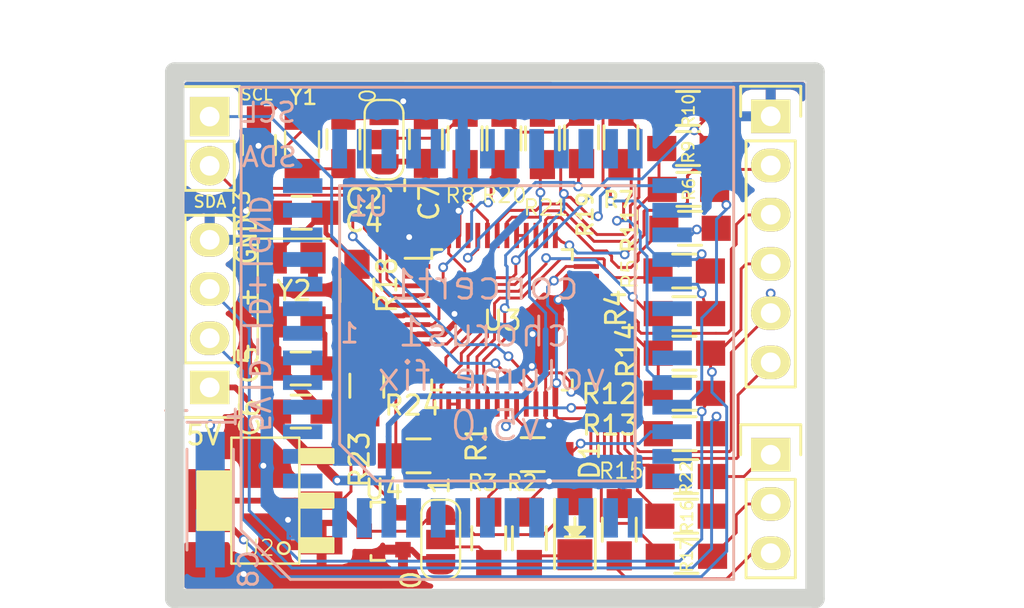
<source format=kicad_pcb>
(kicad_pcb (version 20211014) (generator pcbnew)
  (layers (0 "F.Cu" signal) (31 "B.Cu" signal) (34 "B.Paste" user) (35 "F.Paste" user) (36 "B.SilkS" user "B.Silkscreen") (37 "F.SilkS" user "F.Silkscreen") (38 "B.Mask" user) (39 "F.Mask" user) (44 "Edge.Cuts" user))
  (net 0 "")
  (net 1 "GND")
  (net 2 "/OSC32IN")
  (net 3 "/OSC32OUT")
  (net 4 "/OSCIN")
  (net 5 "/OSCOUT")
  (net 6 "5V")
  (net 7 "3V3")
  (net 8 "/SDA_TO_TDA")
  (net 9 "/SCL_TO_TDA")
  (net 10 "Net-(CON2-Pad3)")
  (net 11 "Net-(CON2-Pad2)")
  (net 12 "/CLOCK_TO_PANEL")
  (net 13 "/DATA_TO_PANEL")
  (net 14 "/STATUS_TO_PANEL")
  (net 15 "/TX")
  (net 16 "/RX")
  (net 17 "/SWDIO")
  (net 18 "/SWDCLK")
  (net 19 "Net-(D1-Pad1)")
  (net 20 "/BOOT0")
  (net 21 "/BOOT1")
  (net 22 "Net-(R1-Pad2)")
  (net 23 "/GALA")
  (net 24 "Net-(R3-Pad1)")
  (net 25 "Net-(R4-Pad1)")
  (net 26 "/CLOCK_FROM_MCU")
  (net 27 "Net-(R5-Pad2)")
  (net 28 "/DATA_FROM_MCU")
  (net 29 "/SCL_FROM_MOTO")
  (net 30 "Net-(R6-Pad1)")
  (net 31 "Net-(R10-Pad1)")
  (net 32 "/SDA_FROM_MOTO")
  (net 33 "Net-(R8-Pad1)")
  (net 34 "/STATUS_FROM_MCU")
  (net 35 "/USB+")
  (net 36 "/USB-")
  (net 37 "Net-(R15-Pad2)")
  (net 38 "Net-(R16-Pad2)")
  (net 39 "Net-(R19-Pad2)")
  (net 40 "/RESET_KA")
  (net 41 "/RESET")
  (net 42 "Net-(R21-Pad2)")
  (net 43 "Net-(R22-Pad2)")
  (net 44 "Net-(R11-Pad1)")
  (net 45 "Net-(R17-Pad2)")
  (net 46 "/#STATUS_TO_PANEL")
  (net 47 "/#STATUS_FROM_MCU")
  (net 48 "Net-(R23-Pad2)")
  (net 49 "Net-(R24-Pad2)")
  (net 66 "/RESET_MOTO")
  (net 93 "+BATT")
  (footprint "Housings_QFP:LQFP-48_7x7mm_Pitch0.5mm" (layer "F.Cu") (at 118.4783 83.4009)
    (fp_text reference "U3")
    (fp_text value "STM32F103C8Tx")
  )
  (footprint "Jumper:SolderJumper-3_P1.3mm_Open_RoundedPad1.0x1.5mm_NumberLabels" (layer "F.Cu") (at 115.316 94.742 90)
    (fp_text reference "JP2" hide)
    (fp_text value "SolderJumper_3_Open" hide)
  )
  (footprint "Resistors_SMD.pretty:R_0805_HandSoldering" (layer "F.Cu") (at 124.6124 73.9902 -90)
    (fp_text reference "R7")
    (fp_text value "1k")
  )
  (footprint "Resistors_SMD.pretty:R_0805_HandSoldering" (layer "F.Cu") (at 119.888 94.6785 -90)
    (fp_text reference "R2")
    (fp_text value "1k")
  )
  (footprint "Resistors_SMD.pretty:R_0805_HandSoldering" (layer "F.Cu") (at 117.7925 94.6785 -90)
    (fp_text reference "R3")
    (fp_text value "1K")
  )
  (footprint "Resistors_SMD.pretty:R_0805_HandSoldering" (layer "F.Cu") (at 128.0668 74.5617 180)
    (fp_text reference "R9")
    (fp_text value "47k")
  )
  (footprint "Resistors_SMD.pretty:R_0805_HandSoldering" (layer "F.Cu") (at 128.0668 72.4916)
    (fp_text reference "R10")
    (fp_text value "47k")
  )
  (footprint "Resistors_SMD.pretty:R_0805_HandSoldering" (layer "F.Cu") (at 128.17348 78.67904)
    (fp_text reference "R11")
    (fp_text value "1k")
  )
  (footprint "ab2_sot.mod:AB2_SOT223" (layer "F.Cu") (at 106.2736 92.7354 90)
    (fp_text reference "U2")
    (fp_text value "AP1117-33")
  )
  (footprint "Capacitors_SMD.pretty:C_0805_HandSoldering" (layer "F.Cu") (at 110.2995 74.0918 90)
    (fp_text reference "C2")
    (fp_text value "12p(NP)")
  )
  (footprint "Capacitors_SMD.pretty:C_0805_HandSoldering" (layer "F.Cu") (at 105.9434 74.3839 -90)
    (fp_text reference "C3")
    (fp_text value "12p(NP)")
  )
  (footprint "Capacitors_SMD.pretty:C_0805_HandSoldering" (layer "F.Cu") (at 108.1459 77.8764 180)
    (fp_text reference "C4")
    (fp_text value "22p")
  )
  (footprint "modules:PLCC-52_mirrored" (layer "F.Cu") (at 117.724601 84.0994)
    (fp_text reference "U1")
    (fp_text value "68HC05_PLCC")
  )
  (footprint "Resistors_SMD.pretty:R_0805_HandSoldering" (layer "F.Cu") (at 127.8852 83.0834)
    (fp_text reference "R4")
    (fp_text value "1k")
  )
  (footprint "Resistors_SMD.pretty:R_0805_HandSoldering" (layer "F.Cu") (at 127.87376 80.88376 180)
    (fp_text reference "R5")
    (fp_text value "1k")
  )
  (footprint "Resistors_SMD.pretty:R_0805_HandSoldering" (layer "F.Cu") (at 128.0922 76.6699)
    (fp_text reference "R6")
    (fp_text value "1k")
  )
  (footprint "Capacitors_SMD.pretty:C_0805_HandSoldering" (layer "F.Cu") (at 108.097 85.9155)
    (fp_text reference "C5")
    (fp_text value "22p")
  )
  (footprint "Capacitors_SMD.pretty:C_0805_HandSoldering" (layer "F.Cu") (at 108.1024 88.138)
    (fp_text reference "C6")
    (fp_text value "100n")
  )
  (footprint "Capacitors_SMD.pretty:C_0805_HandSoldering" (layer "F.Cu") (at 114.554 74.0791 90)
    (fp_text reference "C7")
    (fp_text value "100n")
  )
  (footprint "Pin_Headers.pretty:Pin_Header_Straight_1x02" (layer "F.Cu") (at 103.40086 72.91324)
    (fp_text reference "CON1" hide)
    (fp_text value "I2C_to_TDA")
  )
  (footprint "LEDs.pretty:LED-1206" (layer "F.Cu") (at 122.2375 94.107 90)
    (fp_text reference "D1")
    (fp_text value "red")
  )
  (footprint "Resistors_SMD.pretty:R_0805_HandSoldering" (layer "F.Cu") (at 127.88646 87.19566)
    (fp_text reference "R12")
    (fp_text value "20(NP)")
  )
  (footprint "Resistors_SMD.pretty:R_0805_HandSoldering" (layer "F.Cu") (at 127.889 89.281 180)
    (fp_text reference "R13")
    (fp_text value "20(NP)")
  )
  (footprint "Resistors_SMD.pretty:R_0805_HandSoldering" (layer "F.Cu") (at 124.5235 94.234 90)
    (fp_text reference "R15")
    (fp_text value "1k(NP)")
  )
  (footprint "Resistors_SMD.pretty:R_0805_HandSoldering" (layer "F.Cu") (at 127.969 93.53804 180)
    (fp_text reference "R16")
    (fp_text value "1k(NP)")
  )
  (footprint "Resistors_SMD.pretty:R_0805_HandSoldering" (layer "F.Cu") (at 127.9868 95.6056 180)
    (fp_text reference "R17")
    (fp_text value "1k(NP)")
  )
  (footprint "Resistors_SMD.pretty:R_0805_HandSoldering" (layer "F.Cu") (at 110.998 81.8858 90)
    (fp_text reference "R18")
    (fp_text value "1M")
  )
  (footprint "Crystals:Crystal_SMD_3215-2pin_3.2x1.5mm" (layer "F.Cu") (at 108.1659 74.3458 -90)
    (fp_text reference "Y1")
    (fp_text value "32.768kHz(NP)")
  )
  (footprint "Crystals:Crystal_SMD_5032-4pin_5.0x3.2mm" (layer "F.Cu") (at 107.7308 81.8652 -90)
    (fp_text reference "Y2")
    (fp_text value "8MHz")
  )
  (footprint "Resistors_SMD.pretty:R_0805_HandSoldering" (layer "F.Cu") (at 122.5804 73.9902 -90)
    (fp_text reference "R19")
    (fp_text value "1k(NP)")
  )
  (footprint "Pin_Headers.pretty:Pin_Header_Straight_1x04" (layer "F.Cu") (at 103.4034 86.8934 180)
    (fp_text reference "CON2" hide)
    (fp_text value "USB")
  )
  (footprint "Pin_Headers.pretty:Pin_Header_Straight_1x03" (layer "F.Cu") (at 132.334 90.36812)
    (fp_text reference "CON3" hide)
    (fp_text value "SPI_TO_PANEL")
  )
  (footprint "Jumper:SolderJumper-3_P1.3mm_Open_RoundedPad1.0x1.5mm_NumberLabels" (layer "F.Cu") (at 112.395 74.1045 -90)
    (fp_text reference "JP1" hide)
    (fp_text value "SolderJumper_3_Open" hide)
  )
  (footprint "Pin_Headers.pretty:Pin_Header_Straight_1x06" (layer "F.Cu") (at 132.334 72.898)
    (fp_text reference "CON4" hide)
    (fp_text value "JLINK")
  )
  (footprint "Resistors_SMD.pretty:R_0805_HandSoldering" (layer "F.Cu") (at 118.5799 74.041 -90)
    (fp_text reference "R20")
    (fp_text value "1k")
  )
  (footprint "TO_SOT_Packages_SMD.pretty:SOT-23" (layer "F.Cu") (at 112.3696 94.31528 90)
    (fp_text reference "U4")
    (fp_text value "MAX809(NP)")
  )
  (footprint "Resistors_SMD.pretty:R_0805_HandSoldering" (layer "F.Cu") (at 116.5733 74.041 90)
    (fp_text reference "R8")
    (fp_text value "1K")
  )
  (footprint "Resistors_SMD.pretty:R_0805_HandSoldering" (layer "F.Cu") (at 127.8852 85.12302 180)
    (fp_text reference "R14")
    (fp_text value "1k5(NP)")
  )
  (footprint "Resistors_SMD.pretty:R_0805_HandSoldering" (layer "F.Cu") (at 120.062 90.3605 180)
    (fp_text reference "R1")
    (fp_text value "1k")
  )
  (footprint "Resistors_SMD.pretty:R_0805_HandSoldering" (layer "F.Cu") (at 114.173 90.424 180)
    (fp_text reference "R23")
    (fp_text value "1k")
  )
  (footprint "Resistors_SMD.pretty:R_0805_HandSoldering" (layer "F.Cu") (at 111.506 86.8045 -90)
    (fp_text reference "R24")
    (fp_text value "1k(NP)")
  )
  (footprint "Resistors_SMD.pretty:R_0805_HandSoldering" (layer "F.Cu") (at 127.9741 91.4908 180)
    (fp_text reference "R22")
    (fp_text value "10k(NP)")
  )
  (footprint "Resistors_SMD.pretty:R_0805_HandSoldering" (layer "F.Cu") (at 120.5611 74.041 -90)
    (fp_text reference "R21")
    (fp_text value "10k")
  )
  (footprint "Capacitors_Tantalum_SMD.pretty:TantalC_SizeA_EIA-3216_HandSoldering" (layer "B.Cu") (at 103.4288 92.6846 -90)
    (fp_text reference "C8")
    (fp_text value "10u/16V")
  )
  (gr_line (start 134.62 97.79) (end 134.62 70.612) (layer "Edge.Cuts") (width 1))
  (gr_line (start 134.62 70.612) (end 101.6 70.612) (layer "Edge.Cuts") (width 1))
  (gr_line (start 101.6 97.79) (end 134.62 97.79) (layer "Edge.Cuts") (width 1))
  (gr_line (start 101.6 70.612) (end 101.6 97.79) (layer "Edge.Cuts") (width 1))
  (gr_text "5V|D-|D+|GND" (at 105.9561 83.07832 270) (layer "B.SilkS") (effects (font (size 1 1)) (justify mirror)))
  (gr_text "SDA" (at 106.47934 75.00112) (layer "B.SilkS") (effects (font (size 1 1)) (justify mirror)))
  (gr_text "SCL" (at 106.46156 72.7075) (layer "B.SilkS") (effects (font (size 1 1)) (justify mirror)))
  (gr_text "v5.0" (at 118.1481 88.8492) (layer "B.SilkS") (effects (font (size 1.5 1.5)) (justify mirror)))
  (gr_text "volume fix" (at 117.9576 86.3092) (layer "B.SilkS") (effects (font (size 1.5 1.5)) (justify mirror)))
  (gr_text "chorus1" (at 117.5512 84.0232) (layer "B.SilkS") (effects (font (size 1.5 1.5)) (justify mirror)))
  (gr_text "concert1" (at 117.5766 81.5975) (layer "B.SilkS") (effects (font (size 1.5 1.5)) (justify mirror)))
  (gr_text " -   +  GND" (at 105.3084 82.1309 90) (layer "F.SilkS") (effects (font (size 1 0.8))))
  (gr_text "SDA" (at 103.4161 77.3049) (layer "F.SilkS") (effects (font (size 0.6 0.6) (thickness 0.1))))
  (gr_text "SCL" (at 105.82402 71.7677) (layer "F.SilkS") (effects (font (size 0.6 0.6) (thickness 0.1))))
  (gr_text "5V" (at 103.0986 89.3572) (layer "F.SilkS") (effects (font (size 1 1))))
  (segment (start 108.7308 81.1652) (end 108.6612 81.2348) (width 0.15) (layer "F.Cu") (net 1))
  (segment (start 108.7308 80.2152) (end 108.7308 81.1652) (width 0.15) (layer "F.Cu") (net 1))
  (segment (start 108.6612 81.2348) (end 108.6612 81.661) (width 0.15) (layer "F.Cu") (net 1))
  (segment (start 108.6612 81.661) (end 108.458 81.8642) (width 0.15) (layer "F.Cu") (net 1))
  (segment (start 105.5116 77.8764) (end 106.8959 77.8764) (width 0.15) (layer "F.Cu") (net 1))
  (segment (start 105.4862 77.851) (end 105.5116 77.8764) (width 0.15) (layer "F.Cu") (net 1))
  (segment (start 105.4862 78.359) (end 105.2322 78.105) (width 0.25) (layer "F.Cu") (net 1))
  (segment (start 106.972 85.9155) (end 109.385 88.3285) (width 0.5) (layer "F.Cu") (net 1))
  (segment (start 106.847 85.9155) (end 106.972 85.9155) (width 0.15) (layer "F.Cu") (net 1))
  (segment (start 109.385 88.3285) (end 109.474 88.3285) (width 0.15) (layer "F.Cu") (net 1))
  (segment (start 106.7308 81.915) (end 106.68 81.8642) (width 0.3) (layer "F.Cu") (net 1))
  (segment (start 106.7308 83.5152) (end 106.7308 81.915) (width 0.3) (layer "F.Cu") (net 1))
  (segment (start 106.68 81.8642) (end 105.7148 81.8642) (width 0.15) (layer "F.Cu") (net 1))
  (segment (start 108.458 81.8642) (end 106.68 81.8642) (width 0.15) (layer "F.Cu") (net 1))
  (segment (start 105.7148 81.8642) (end 105.4862 81.8642) (width 0.3) (layer "F.Cu") (net 1))
  (segment (start 105.4862 81.8642) (end 105.4862 78.74) (width 0.3) (layer "F.Cu") (net 1))
  (segment (start 105.4862 78.74) (end 105.4862 78.359) (width 0.25) (layer "F.Cu") (net 1))
  (segment (start 105.4862 78.0034) (end 105.41 77.9272) (width 0.3) (layer "F.Cu") (net 1))
  (segment (start 105.4862 78.359) (end 105.4862 78.0034) (width 0.3) (layer "F.Cu") (net 1))
  (segment (start 105.41 77.9272) (end 105.4862 77.851) (width 0.15) (layer "F.Cu") (net 1))
  (segment (start 105.2322 78.105) (end 105.41 77.9272) (width 0.15) (layer "F.Cu") (net 1))
  (segment (start 105.3592 77.8764) (end 105.2703 77.7875) (width 0.3) (layer "F.Cu") (net 1))
  (segment (start 106.8959 77.8764) (end 105.3592 77.8764) (width 0.3) (layer "F.Cu") (net 1))
  (segment (start 120.015 85.7885) (end 120.674665 86.398835) (width 0.15) (layer "F.Cu") (net 1))
  (segment (start 120.674665 86.398835) (end 120.7283 86.44846) (width 0.15) (layer "F.Cu") (net 1))
  (segment (start 111.43488 71.9709) (end 107.1826 71.9709) (width 0.3) (layer "F.Cu") (net 1))
  (segment (start 116.0272 83.0961) (end 116.10848 83.49234) (width 0.3) (layer "F.Cu") (net 1))
  (segment (start 113.8482 72.1233) (end 114.554 72.8291) (width 0.5) (layer "F.Cu") (net 1))
  (segment (start 113.37036 95.26528) (end 113.80728 95.26528) (width 0.15) (layer "F.Cu") (net 1))
  (segment (start 120.7283 86.44846) (end 120.7283 87.7509) (width 0.15) (layer "F.Cu") (net 1))
  (segment (start 113.3856 72.1233) (end 112.38992 72.92594) (width 0.3) (layer "F.Cu") (net 1))
  (segment (start 121.7803 81.9658) (end 121.7803 81.2489) (width 0.3) (layer "F.Cu") (net 1))
  (segment (start 115.4557 84.14512) (end 114.96548 84.14512) (width 0.3) (layer "F.Cu") (net 1))
  (segment (start 107.4814 95.0354) (end 109.1736 95.0354) (width 0.3) (layer "F.Cu") (net 1))
  (segment (start 107.442 93.726) (end 107.442 94.996) (width 0.3) (layer "F.Cu") (net 1))
  (segment (start 120.904 88.8365) (end 120.904 88.646) (width 0.15) (layer "F.Cu") (net 1))
  (segment (start 112.38992 72.92594) (end 111.43488 71.9709) (width 0.3) (layer "F.Cu") (net 1))
  (segment (start 121.7803 81.2489) (end 121.8783 81.1509) (width 0.3) (layer "F.Cu") (net 1))
  (segment (start 113.3856 72.1233) (end 113.8482 72.1233) (width 0.5) (layer "F.Cu") (net 1))
  (segment (start 114.284 95.742) (end 115.316 95.742) (width 0.3) (layer "F.Cu") (net 1))
  (segment (start 120.933701 86.139799) (end 120.674665 86.398835) (width 0.15) (layer "F.Cu") (net 1))
  (segment (start 113.80728 95.26528) (end 114.284 95.742) (width 0.3) (layer "F.Cu") (net 1))
  (segment (start 114.33968 72.1522) (end 114.23238 72.1522) (width 0.3) (layer "F.Cu") (net 1))
  (segment (start 107.1826 71.9709) (end 106.3117 72.8418) (width 0.3) (layer "F.Cu") (net 1))
  (segment (start 114.9597 84.1509) (end 114.1283 84.1509) (width 0.3) (layer "F.Cu") (net 1))
  (segment (start 107.442 94.996) (end 107.4814 95.0354) (width 0.3) (layer "F.Cu") (net 1))
  (segment (start 105.9434 74.3966) (end 105.918 74.422) (width 0.15) (layer "F.Cu") (net 1))
  (segment (start 105.9434 73.1339) (end 105.9434 74.3966) (width 0.15) (layer "F.Cu") (net 1))
  (segment (start 119.9515 92.884) (end 119.9515 92.693) (width 0.15) (layer "F.Cu") (net 1))
  (segment (start 114.96548 84.14512) (end 114.9597 84.1509) (width 0.3) (layer "F.Cu") (net 1))
  (segment (start 121.38025 82.36585) (end 121.7803 81.9658) (width 0.3) (layer "F.Cu") (net 1))
  (segment (start 122.047 87.122) (end 121.9835 87.249) (width 0.15) (layer "F.Cu") (net 1))
  (segment (start 121.9835 86.586298) (end 121.537001 86.139799) (width 0.15) (layer "F.Cu") (net 1))
  (segment (start 116.23548 77.77226) (end 116.23548 77.69098) (width 0.3) (layer "F.Cu") (net 1))
  (segment (start 121.9835 87.249) (end 121.9835 86.586298) (width 0.15) (layer "F.Cu") (net 1))
  (segment (start 116.10848 83.49234) (end 115.4557 84.14512) (width 0.3) (layer "F.Cu") (net 1))
  (segment (start 121.537001 86.139799) (end 120.933701 86.139799) (width 0.15) (layer "F.Cu") (net 1))
  (segment (start 116.23548 77.69098) (end 116.2283 79.0509) (width 0.3) (layer "F.Cu") (net 1))
  (segment (start 120.7283 88.4703) (end 120.7283 87.7509) (width 0.15) (layer "F.Cu") (net 1))
  (segment (start 120.904 88.646) (end 120.7283 88.4703) (width 0.15) (layer "F.Cu") (net 1))
  (segment (start 119.9515 92.693) (end 120.904 91.7405) (width 0.15) (layer "F.Cu") (net 1))
  (segment (start 121.8783 81.1509) (end 122.8283 81.1509) (width 0.3) (layer "F.Cu") (net 1))
  (segment (start 121.3612 82.677) (end 121.18594 82.56016) (width 0.3) (layer "F.Cu") (net 1))
  (segment (start 121.18594 82.56016) (end 121.38025 82.36585) (width 0.3) (layer "F.Cu") (net 1))
  (via (at 113.6904 79.1337) (size 0.5) (drill 0.3) (layers "F.Cu" "B.Cu") (net 1))
  (via (at 105.2703 77.7875) (size 0.5) (drill 0.3) (layers "F.Cu" "B.Cu") (net 1))
  (via (at 113.3856 72.1233) (size 0.5) (drill 0.3) (layers "F.Cu" "B.Cu") (net 1))
  (via (at 116.23548 77.77226) (size 0.5) (drill 0.3) (layers "F.Cu" "B.Cu") (net 1))
  (via (at 105.156 96.52) (size 0.5) (drill 0.3) (layers "F.Cu" "B.Cu") (net 1))
  (via (at 107.442 93.726) (size 0.5) (drill 0.3) (layers "F.Cu" "B.Cu") (net 1))
  (via (at 120.0531 84.1375) (size 0.5) (drill 0.3) (layers "F.Cu" "B.Cu") (net 1))
  (via (at 106.172 90.932) (size 0.5) (drill 0.3) (layers "F.Cu" "B.Cu") (net 1))
  (via (at 122.047 87.122) (size 0.5) (drill 0.3) (layers "F.Cu" "B.Cu") (net 1))
  (via (at 105.918 74.422) (size 0.5) (drill 0.3) (layers "F.Cu" "B.Cu") (net 1))
  (via (at 116.0272 83.0961) (size 0.5) (drill 0.3) (layers "F.Cu" "B.Cu") (net 1))
  (via (at 121.38025 82.36585) (size 0.5) (drill 0.3) (layers "F.Cu" "B.Cu") (net 1))
  (via (at 120.904 91.7405) (size 0.5) (drill 0.3) (layers "F.Cu" "B.Cu") (net 1))
  (via (at 120.904 88.8365) (size 0.5) (drill 0.3) (layers "F.Cu" "B.Cu") (net 1))
  (via (at 120.015 85.7885) (size 0.5) (drill 0.3) (layers "F.Cu" "B.Cu") (net 1))
  (segment (start 103.4288 94.68358) (end 103.4288 95.43288) (width 0.3) (layer "B.Cu") (net 1))
  (segment (start 105.156 96.52) (end 104.902 96.774) (width 0.15) (layer "B.Cu") (net 1))
  (segment (start 114.35842 78.46568) (end 113.6904 79.1337) (width 0.3) (layer "B.Cu") (net 1))
  (segment (start 103.4288 96.774) (end 103.4288 94.68358) (width 0.15) (layer "B.Cu") (net 1))
  (segment (start 116.33962 72.07758) (end 116.454601 72.192561) (width 0.3) (layer "B.Cu") (net 1))
  (segment (start 116.23548 77.77226) (end 115.54206 78.46568) (width 0.3) (layer "B.Cu") (net 1))
  (segment (start 115.54206 78.46568) (end 114.35842 78.46568) (width 0.3) (layer "B.Cu") (net 1))
  (segment (start 120.040422 85.079818) (end 120.015 85.7885) (width 0.3) (layer "B.Cu") (net 1))
  (segment (start 104.902 96.774) (end 103.4288 96.774) (width 0.15) (layer "B.Cu") (net 1))
  (segment (start 120.904 91.7405) (end 120.904 88.8365) (width 0.15) (layer "B.Cu") (net 1))
  (segment (start 120.0531 84.1375) (end 120.040422 85.079818) (width 0.3) (layer "B.Cu") (net 1))
  (segment (start 116.454601 72.192561) (end 116.454601 74.5744) (width 0.3) (layer "B.Cu") (net 1))
  (segment (start 107.442 94.677179) (end 107.844539 94.677179) (width 0.15) (layer "B.Cu") (net 1))
  (segment (start 107.442 93.726) (end 107.442 94.677179) (width 0.15) (layer "B.Cu") (net 1))
  (segment (start 111.72901 78.54852) (end 111.72901 77.248822) (width 0.15) (layer "F.Cu") (net 2))
  (segment (start 114.1283 81.6509) (end 112.8929 81.6509) (width 0.15) (layer "F.Cu") (net 2))
  (segment (start 112.8929 81.6509) (end 112.54181 81.29981) (width 0.15) (layer "F.Cu") (net 2))
  (segment (start 112.54181 81.29981) (end 112.54181 79.36132) (width 0.15) (layer "F.Cu") (net 2))
  (segment (start 112.54181 79.36132) (end 111.72901 78.54852) (width 0.15) (layer "F.Cu") (net 2))
  (segment (start 110.7694 76.289212) (end 110.7694 75.291) (width 0.15) (layer "F.Cu") (net 2))
  (segment (start 111.023088 76.5429) (end 110.7694 76.289212) (width 0.15) (layer "F.Cu") (net 2))
  (segment (start 111.72901 77.248822) (end 111.023088 76.5429) (width 0.15) (layer "F.Cu") (net 2))
  (segment (start 110.4519 75.6085) (end 110.7694 75.291) (width 0.15) (layer "F.Cu") (net 2))
  (segment (start 108.4707 75.6085) (end 110.4519 75.6085) (width 0.15) (layer "F.Cu") (net 2))
  (segment (start 112.669 82.1509) (end 114.1283 82.1509) (width 0.15) (layer "F.Cu") (net 3))
  (segment (start 111.379 77.3938) (end 111.379 78.693498) (width 0.15) (layer "F.Cu") (net 3))
  (segment (start 110.6043 76.6191) (end 111.379 77.3938) (width 0.15) (layer "F.Cu") (net 3))
  (segment (start 106.3117 75.3418) (end 106.3117 76.3016) (width 0.15) (layer "F.Cu") (net 3))
  (segment (start 106.3117 76.3016) (end 106.6292 76.6191) (width 0.15) (layer "F.Cu") (net 3))
  (segment (start 106.6255 76.6191) (end 106.7562 76.6191) (width 0.15) (layer "F.Cu") (net 3))
  (segment (start 106.2355 76.2291) (end 106.6255 76.6191) (width 0.15) (layer "F.Cu") (net 3))
  (segment (start 106.2355 75.3291) (end 106.2355 76.2291) (width 0.15) (layer "F.Cu") (net 3))
  (segment (start 106.7562 76.6191) (end 110.6043 76.6191) (width 0.15) (layer "F.Cu") (net 3))
  (segment (start 106.6292 76.6191) (end 106.7562 76.6191) (width 0.15) (layer "F.Cu") (net 3))
  (segment (start 108.4707 73.3425) (end 108.4707 73.1085) (width 0.15) (layer "F.Cu") (net 3))
  (segment (start 106.4841 75.3291) (end 108.4707 73.3425) (width 0.15) (layer "F.Cu") (net 3))
  (segment (start 106.2355 75.3291) (end 106.4841 75.3291) (width 0.15) (layer "F.Cu") (net 3))
  (segment (start 112.1918 81.6737) (end 112.669 82.1509) (width 0.15) (layer "F.Cu") (net 3))
  (segment (start 112.1918 79.506298) (end 112.1918 81.6737) (width 0.15) (layer "F.Cu") (net 3))
  (segment (start 111.379 78.693498) (end 112.1918 79.506298) (width 0.15) (layer "F.Cu") (net 3))
  (segment (start 109.2709 77.8764) (end 109.3959 77.8764) (width 0.25) (layer "F.Cu") (net 4))
  (segment (start 108.0446 78.7514) (end 108.3959 78.7514) (width 0.25) (layer "F.Cu") (net 4))
  (segment (start 106.7308 80.0652) (end 108.0446 78.7514) (width 0.25) (layer "F.Cu") (net 4))
  (segment (start 108.3959 78.7514) (end 109.2709 77.8764) (width 0.25) (layer "F.Cu") (net 4))
  (segment (start 106.7308 80.2152) (end 106.7308 80.0652) (width 0.25) (layer "F.Cu") (net 4))
  (segment (start 112.4451 82.6509) (end 113.2283 82.6509) (width 0.25) (layer "F.Cu") (net 4))
  (segment (start 113.2283 82.6509) (end 114.1283 82.6509) (width 0.25) (layer "F.Cu") (net 4))
  (segment (start 110.998 81.2038) (end 112.4451 82.6509) (width 0.25) (layer "F.Cu") (net 4))
  (segment (start 110.998 80.5358) (end 110.998 81.2038) (width 0.25) (layer "F.Cu") (net 4))
  (segment (start 110.998 80.4358) (end 110.998 80.5358) (width 0.25) (layer "F.Cu") (net 4))
  (segment (start 110.098 79.5358) (end 110.998 80.4358) (width 0.25) (layer "F.Cu") (net 4))
  (segment (start 109.3959 78.9337) (end 109.998 79.5358) (width 0.25) (layer "F.Cu") (net 4))
  (segment (start 109.998 79.5358) (end 110.098 79.5358) (width 0.25) (layer "F.Cu") (net 4))
  (segment (start 109.3959 77.8764) (end 109.3959 78.9337) (width 0.25) (layer "F.Cu") (net 4))
  (segment (start 111.898 83.2358) (end 110.998 83.2358) (width 0.25) (layer "F.Cu") (net 5))
  (segment (start 111.932901 83.200899) (end 111.898 83.2358) (width 0.25) (layer "F.Cu") (net 5))
  (segment (start 113.390021 83.200899) (end 111.932901 83.200899) (width 0.25) (layer "F.Cu") (net 5))
  (segment (start 113.44002 83.1509) (end 113.390021 83.200899) (width 0.25) (layer "F.Cu") (net 5))
  (segment (start 114.1283 83.1509) (end 113.44002 83.1509) (width 0.25) (layer "F.Cu") (net 5))
  (segment (start 109.0102 83.2358) (end 108.7308 83.5152) (width 0.25) (layer "F.Cu") (net 5))
  (segment (start 110.998 83.2358) (end 109.0102 83.2358) (width 0.25) (layer "F.Cu") (net 5))
  (segment (start 109.347 84.1314) (end 108.7308 83.5152) (width 0.25) (layer "F.Cu") (net 5))
  (segment (start 109.347 85.9155) (end 109.347 84.1314) (width 0.25) (layer "F.Cu") (net 5))
  (segment (start 128.82372 74.59472) (end 129.27328 74.59472) (width 0.15) (layer "F.Cu") (net 6))
  (segment (start 129.25804 72.48144) (end 129.11836 72.48144) (width 0.15) (layer "F.Cu") (net 6))
  (segment (start 106.8524 88.7142) (end 106.8524 88.138) (width 0.3) (layer "F.Cu") (net 6))
  (segment (start 108.5736 90.4354) (end 106.8524 88.7142) (width 0.5) (layer "F.Cu") (net 6))
  (segment (start 109.1736 90.4354) (end 108.5736 90.4354) (width 0.3) (layer "F.Cu") (net 6))
  (segment (start 105.9524 88.138) (end 105.1904 87.376) (width 0.3) (layer "F.Cu") (net 6))
  (segment (start 106.8524 88.138) (end 105.9524 88.138) (width 0.3) (layer "F.Cu") (net 6))
  (segment (start 105.1904 87.3644) (end 104.7194 86.8934) (width 0.3) (layer "F.Cu") (net 6))
  (segment (start 104.7194 86.8934) (end 103.4034 86.8934) (width 0.3) (layer "F.Cu") (net 6))
  (segment (start 105.1904 87.376) (end 105.1904 87.3644) (width 0.3) (layer "F.Cu") (net 6))
  (segment (start 128.4897 73.6219) (end 129.4041 74.5363) (width 0.15) (layer "F.Cu") (net 6))
  (segment (start 129.4168 72.6021) (end 128.397 73.6219) (width 0.15) (layer "F.Cu") (net 6))
  (segment (start 129.4168 72.4916) (end 129.4168 72.6021) (width 0.15) (layer "F.Cu") (net 6))
  (segment (start 109.1736 90.8856) (end 109.1736 90.4354) (width 0.3) (layer "F.Cu") (net 6))
  (segment (start 109.982 91.694) (end 109.1736 90.8856) (width 0.5) (layer "F.Cu") (net 6))
  (segment (start 128.397 73.6219) (end 128.4897 73.6219) (width 0.15) (layer "F.Cu") (net 6))
  (via (at 109.982 91.694) (size 0.5) (drill 0.3) (layers "F.Cu" "B.Cu") (net 6))
  (via (at 128.397 73.6219) (size 0.5) (drill 0.3) (layers "F.Cu" "B.Cu") (net 6))
  (segment (start 112.644601 92.3084) (end 112.63376 92.297559) (width 0.3) (layer "B.Cu") (net 6))
  (segment (start 112.644601 93.6244) (end 112.644601 92.3084) (width 0.5) (layer "B.Cu") (net 6))
  (segment (start 112.63376 91.65336) (end 112.63376 90.3605) (width 0.3) (layer "B.Cu") (net 6))
  (segment (start 112.63376 92.297559) (end 112.63376 91.65336) (width 0.5) (layer "B.Cu") (net 6))
  (segment (start 112.63376 89.42832) (end 112.63376 90.3605) (width 0.3) (layer "B.Cu") (net 6))
  (segment (start 119.550202 87.3506) (end 114.0968 87.3506) (width 0.3) (layer "B.Cu") (net 6))
  (segment (start 125.689914 76.12939) (end 123.92101 76.12939) (width 0.15) (layer "B.Cu") (net 6))
  (segment (start 127.662202 74.157102) (end 127.9144 73.904904) (width 0.15) (layer "B.Cu") (net 6))
  (segment (start 127.662202 74.157102) (end 125.689914 76.12939) (width 0.15) (layer "B.Cu") (net 6))
  (segment (start 120.7262 83.047602) (end 120.7262 83.9216) (width 0.15) (layer "B.Cu") (net 6))
  (segment (start 128.3843 73.6473) (end 128.1811 73.6473) (width 0.15) (layer "B.Cu") (net 6))
  (segment (start 112.63376 88.81364) (end 112.63376 89.42832) (width 0.3) (layer "B.Cu") (net 6))
  (segment (start 109.982 91.694) (end 112.59312 91.694) (width 0.5) (layer "B.Cu") (net 6))
  (segment (start 127.671298 74.157102) (end 127.662202 74.157102) (width 0.15) (layer "B.Cu") (net 6))
  (segment (start 128.1811 73.6473) (end 127.671298 74.157102) (width 0.15) (layer "B.Cu") (net 6))
  (segment (start 123.92101 76.12939) (end 119.896399 80.154001) (width 0.15) (layer "B.Cu") (net 6))
  (segment (start 119.896399 82.217801) (end 120.7262 83.047602) (width 0.15) (layer "B.Cu") (net 6))
  (segment (start 119.896399 80.154001) (end 119.896399 82.217801) (width 0.15) (layer "B.Cu") (net 6))
  (segment (start 114.0968 87.3506) (end 112.63376 88.81364) (width 0.3) (layer "B.Cu") (net 6))
  (segment (start 120.7262 83.9216) (end 120.7262 86.174602) (width 0.3) (layer "B.Cu") (net 6))
  (segment (start 112.59312 91.694) (end 112.63376 91.65336) (width 0.15) (layer "B.Cu") (net 6))
  (segment (start 120.7262 86.174602) (end 119.550202 87.3506) (width 0.3) (layer "B.Cu") (net 6))
  (segment (start 129.2352 85.12302) (end 129.42824 85.12302) (width 0.3) (layer "F.Cu") (net 7))
  (segment (start 107.7986 92.7354) (end 107.797899 92.736101) (width 0.3) (layer "F.Cu") (net 7))
  (segment (start 109.1736 92.7354) (end 107.7986 92.7354) (width 0.3) (layer "F.Cu") (net 7))
  (segment (start 107.797899 92.736101) (end 104.749301 92.736101) (width 0.3) (layer "F.Cu") (net 7))
  (segment (start 104.7486 92.7354) (end 103.3736 92.7354) (width 0.3) (layer "F.Cu") (net 7))
  (segment (start 104.749301 92.736101) (end 104.7486 92.7354) (width 0.3) (layer "F.Cu") (net 7))
  (segment (start 121.39676 88.50376) (end 122.724518 88.50376) (width 0.15) (layer "F.Cu") (net 7))
  (segment (start 109.1736 92.7354) (end 109.7736 92.7354) (width 0.3) (layer "F.Cu") (net 7))
  (segment (start 116.552201 83.726799) (end 115.6281 84.6509) (width 0.15) (layer "F.Cu") (net 7))
  (segment (start 110.377401 87.234599) (end 110.871 86.741) (width 0.15) (layer "F.Cu") (net 7))
  (segment (start 121.285 86.6648) (end 121.2283 86.5945) (width 0.15) (layer "F.Cu") (net 7))
  (segment (start 110.377401 88.853679) (end 110.377401 87.234599) (width 0.15) (layer "F.Cu") (net 7))
  (segment (start 117.056998 94.488) (end 120.623502 94.488) (width 0.15) (layer "F.Cu") (net 7))
  (segment (start 114.33 75.2394) (end 114.6048 75.5142) (width 0.3) (layer "F.Cu") (net 7))
  (segment (start 131.0513 80.5307) (end 130.81 80.772) (width 0.15) (layer "F.Cu") (net 7))
  (segment (start 114.6048 77.9274) (end 115.7283 79.0509) (width 0.3) (layer "F.Cu") (net 7))
  (segment (start 115.6281 84.6509) (end 114.1283 84.6509) (width 0.15) (layer "F.Cu") (net 7))
  (segment (start 132.334 80.518) (end 131.064 80.518) (width 0.15) (layer "F.Cu") (net 7))
  (segment (start 112.65205 86.35695) (end 112.65205 85.32715) (width 0.15) (layer "F.Cu") (net 7))
  (segment (start 105.156 94.742) (end 103.3736 92.9596) (width 0.3) (layer "F.Cu") (net 7))
  (segment (start 130.81 80.772) (end 130.7973 83.91129) (width 0.15) (layer "F.Cu") (net 7))
  (segment (start 130.7973 83.91129) (end 129.58557 85.12302) (width 0.15) (layer "F.Cu") (net 7))
  (segment (start 110.236 92.71) (end 110.689881 92.256119) (width 0.15) (layer "F.Cu") (net 7))
  (segment (start 103.3736 92.7354) (end 103.3736 88.9044) (width 0.15) (layer "F.Cu") (net 7))
  (segment (start 114.6048 75.5142) (end 114.6048 77.9274) (width 0.3) (layer "F.Cu") (net 7))
  (segment (start 113.997718 94.31528) (end 114.570998 93.742) (width 0.15) (layer "F.Cu") (net 7))
  (segment (start 123.060129 91.183129) (end 123.063 91.186) (width 0.15) (layer "F.Cu") (net 7))
  (segment (start 123.063 91.186) (end 123.063 91.6305) (width 0.15) (layer "F.Cu") (net 7))
  (segment (start 112.268 86.741) (end 112.65205 86.35695) (width 0.15) (layer "F.Cu") (net 7))
  (segment (start 116.552201 80.805999) (end 116.552201 83.726799) (width 0.15) (layer "F.Cu") (net 7))
  (segment (start 121.158 81.270146) (end 121.158 81.3816) (width 0.15) (layer "F.Cu") (net 7))
  (segment (start 121.2283 87.7509) (end 121.2283 88.3353) (width 0.15) (layer "F.Cu") (net 7))
  (segment (start 115.7283 79.982098) (end 116.552201 80.805999) (width 0.15) (layer "F.Cu") (net 7))
  (segment (start 123.060129 88.839371) (end 123.060129 91.183129) (width 0.15) (layer "F.Cu") (net 7))
  (segment (start 109.7736 92.7354) (end 111.3484 94.3102) (width 0.3) (layer "F.Cu") (net 7))
  (segment (start 103.3736 88.9044) (end 103.4288 88.8492) (width 0.15) (layer "F.Cu") (net 7))
  (segment (start 115.316 93.742) (end 116.310998 93.742) (width 0.15) (layer "F.Cu") (net 7))
  (segment (start 110.871 86.741) (end 112.268 86.741) (width 0.15) (layer "F.Cu") (net 7))
  (segment (start 122.724518 88.50376) (end 123.060129 88.839371) (width 0.15) (layer "F.Cu") (net 7))
  (segment (start 122.2375 92.456) (end 122.2375 92.68714) (width 0.15) (layer "F.Cu") (net 7))
  (segment (start 110.689881 89.166159) (end 110.377401 88.853679) (width 0.15) (layer "F.Cu") (net 7))
  (segment (start 112.65205 85.32715) (end 113.3283 84.6509) (width 0.15) (layer "F.Cu") (net 7))
  (segment (start 113.83772 94.31528) (end 113.997718 94.31528) (width 0.15) (layer "F.Cu") (net 7))
  (segment (start 131.064 80.518) (end 131.0513 80.5307) (width 0.15) (layer "F.Cu") (net 7))
  (segment (start 103.3736 92.9596) (end 103.3736 92.7354) (width 0.3) (layer "F.Cu") (net 7))
  (segment (start 109.1736 92.7354) (end 110.236 92.71) (width 0.15) (layer "F.Cu") (net 7))
  (segment (start 121.2283 86.7097) (end 121.2283 87.7509) (width 0.3) (layer "F.Cu") (net 7))
  (segment (start 122.8283 80.6509) (end 121.777246 80.6509) (width 0.15) (layer "F.Cu") (net 7))
  (segment (start 129.58557 85.12302) (end 129.2352 85.12302) (width 0.15) (layer "F.Cu") (net 7))
  (segment (start 121.777246 80.6509) (end 121.158 81.270146) (width 0.15) (layer "F.Cu") (net 7))
  (segment (start 116.310998 93.742) (end 117.056998 94.488) (width 0.15) (layer "F.Cu") (net 7))
  (segment (start 121.2283 86.5945) (end 121.2283 86.7097) (width 0.15) (layer "F.Cu") (net 7))
  (segment (start 115.7283 79.0509) (end 115.7283 79.982098) (width 0.15) (layer "F.Cu") (net 7))
  (segment (start 110.689881 92.256119) (end 110.689881 89.166159) (width 0.15) (layer "F.Cu") (net 7))
  (segment (start 121.2283 88.3353) (end 121.39676 88.50376) (width 0.15) (layer "F.Cu") (net 7))
  (segment (start 123.063 91.6305) (end 122.2375 92.456) (width 0.15) (layer "F.Cu") (net 7))
  (segment (start 120.623502 94.488) (end 122.2375 92.874002) (width 0.15) (layer "F.Cu") (net 7))
  (segment (start 129.2352 85.12302) (end 129.2352 86.027858) (width 0.15) (layer "F.Cu") (net 7))
  (segment (start 114.570998 93.742) (end 115.316 93.742) (width 0.15) (layer "F.Cu") (net 7))
  (segment (start 113.3283 84.6509) (end 114.1283 84.6509) (width 0.15) (layer "F.Cu") (net 7))
  (segment (start 129.286 85.07222) (end 129.2352 85.12302) (width 0.15) (layer "F.Cu") (net 7))
  (segment (start 112.96142 75.2394) (end 114.33 75.2394) (width 0.3) (layer "F.Cu") (net 7))
  (segment (start 129.2352 86.027858) (end 129.303 86.095658) (width 0.15) (layer "F.Cu") (net 7))
  (segment (start 122.2375 92.874002) (end 122.2375 92.68714) (width 0.15) (layer "F.Cu") (net 7))
  (segment (start 111.37138 94.31528) (end 113.83772 94.31528) (width 0.15) (layer "F.Cu") (net 7))
  (via (at 105.156 94.742) (size 0.5) (drill 0.3) (layers "F.Cu" "B.Cu") (net 7))
  (via (at 129.303 86.095658) (size 0.5) (drill 0.3) (layers "F.Cu" "B.Cu") (net 7))
  (via (at 121.285 86.6648) (size 0.5) (drill 0.3) (layers "F.Cu" "B.Cu") (net 7))
  (via (at 103.4288 88.8492) (size 0.5) (drill 0.3) (layers "F.Cu" "B.Cu") (net 7))
  (via (at 121.158 81.3816) (size 0.5) (drill 0.3) (layers "F.Cu" "B.Cu") (net 7))
  (segment (start 120.8278 82.654214) (end 120.8278 81.7118) (width 0.15) (layer "B.Cu") (net 7))
  (segment (start 130.065001 95.349839) (end 129.59842 95.81642) (width 0.15) (layer "B.Cu") (net 7))
  (segment (start 128.75445 96.66039) (end 129.59842 95.81642) (width 0.15) (layer "B.Cu") (net 7))
  (segment (start 120.8278 81.7118) (end 121.158 81.3816) (width 0.15) (layer "B.Cu") (net 7))
  (segment (start 130.065001 87.901001) (end 130.065001 95.349839) (width 0.15) (layer "B.Cu") (net 7))
  (segment (start 103.4288 88.8492) (end 103.4288 88.69934) (width 0.3) (layer "B.Cu") (net 7))
  (segment (start 129.303 86.095658) (end 129.303 87.139) (width 0.15) (layer "B.Cu") (net 7))
  (segment (start 107.07439 96.66039) (end 128.75445 96.66039) (width 0.15) (layer "B.Cu") (net 7))
  (segment (start 121.285 86.6648) (end 121.285 83.111414) (width 0.15) (layer "B.Cu") (net 7))
  (segment (start 105.156 94.742) (end 107.07439 96.66039) (width 0.15) (layer "B.Cu") (net 7))
  (segment (start 121.285 83.111414) (end 120.8278 82.654214) (width 0.15) (layer "B.Cu") (net 7))
  (segment (start 103.4288 90.68562) (end 103.4288 88.8492) (width 0.3) (layer "B.Cu") (net 7))
  (segment (start 129.303 87.139) (end 130.065001 87.901001) (width 0.15) (layer "B.Cu") (net 7))
  (segment (start 110.7821 77.29189) (end 110.7821 79.0956) (width 0.15) (layer "F.Cu") (net 8))
  (segment (start 104.972611 76.969111) (end 110.459321 76.969111) (width 0.15) (layer "F.Cu") (net 8))
  (segment (start 120.2283 86.8273) (end 120.2283 87.7509) (width 0.15) (layer "F.Cu") (net 8))
  (segment (start 118.8085 85.2805) (end 120.2283 86.8273) (width 0.15) (layer "F.Cu") (net 8))
  (segment (start 103.45674 75.45324) (end 104.972611 76.969111) (width 0.15) (layer "F.Cu") (net 8))
  (segment (start 103.40086 75.45324) (end 103.45674 75.45324) (width 0.15) (layer "F.Cu") (net 8))
  (segment (start 110.459321 76.969111) (end 110.7821 77.29189) (width 0.15) (layer "F.Cu") (net 8))
  (via (at 110.7821 79.0956) (size 0.5) (drill 0.3) (layers "F.Cu" "B.Cu") (net 8))
  (via (at 118.8085 85.2805) (size 0.5) (drill 0.3) (layers "F.Cu" "B.Cu") (net 8))
  (segment (start 118.8085 85.2805) (end 118.0846 84.6836) (width 0.15) (layer "B.Cu") (net 8))
  (segment (start 116.3701 84.6836) (end 110.7821 79.0956) (width 0.15) (layer "B.Cu") (net 8))
  (segment (start 118.0846 84.6836) (end 116.3701 84.6836) (width 0.15) (layer "B.Cu") (net 8))
  (segment (start 119.0498 86.5632) (end 119.31396 86.5632) (width 0.15) (layer "F.Cu") (net 9))
  (segment (start 119.31396 86.5632) (end 119.7283 86.97754) (width 0.15) (layer "F.Cu") (net 9))
  (segment (start 119.7283 86.97754) (end 119.7283 87.7509) (width 0.15) (layer "F.Cu") (net 9))
  (segment (start 118.1354 85.6488) (end 119.0498 86.5632) (width 0.15) (layer "F.Cu") (net 9))
  (via (at 118.1354 85.6488) (size 0.5) (drill 0.3) (layers "F.Cu" "B.Cu") (net 9))
  (segment (start 106.525442 72.91324) (end 109.691361 76.079159) (width 0.15) (layer "B.Cu") (net 9))
  (segment (start 103.40086 72.91324) (end 106.525442 72.91324) (width 0.15) (layer "B.Cu") (net 9))
  (segment (start 109.177203 75.565) (end 109.691361 76.079159) (width 0.15) (layer "B.Cu") (net 9))
  (segment (start 109.691361 79.081821) (end 109.691361 76.079159) (width 0.15) (layer "B.Cu") (net 9))
  (segment (start 116.25834 85.6488) (end 109.691361 79.081821) (width 0.15) (layer "B.Cu") (net 9))
  (segment (start 118.1354 85.6488) (end 116.25834 85.6488) (width 0.15) (layer "B.Cu") (net 9))
  (segment (start 128.778 88.138) (end 129.38124 87.05088) (width 0.15) (layer "F.Cu") (net 10))
  (segment (start 129.38124 87.05088) (end 129.23646 87.19566) (width 0.15) (layer "F.Cu") (net 10))
  (via (at 128.778 88.138) (size 0.5) (drill 0.3) (layers "F.Cu" "B.Cu") (net 10))
  (segment (start 105.44302 83.85302) (end 103.4034 81.8134) (width 0.15) (layer "B.Cu") (net 10))
  (segment (start 127.63754 95.8596) (end 108.0516 95.8596) (width 0.15) (layer "B.Cu") (net 10))
  (segment (start 105.44302 93.25102) (end 105.44302 83.85302) (width 0.15) (layer "B.Cu") (net 10))
  (segment (start 128.778 88.138) (end 128.778 94.71914) (width 0.15) (layer "B.Cu") (net 10))
  (segment (start 128.778 94.71914) (end 127.63754 95.8596) (width 0.15) (layer "B.Cu") (net 10))
  (segment (start 108.0516 95.8596) (end 105.44302 93.25102) (width 0.15) (layer "B.Cu") (net 10))
  (segment (start 103.37708 85.03158) (end 103.2637 85.03158) (width 0.15) (layer "F.Cu") (net 11))
  (segment (start 129.54 88.392) (end 129.54 89.154) (width 0.15) (layer "F.Cu") (net 11))
  (segment (start 129.54 89.154) (end 129.2352 89.154) (width 0.15) (layer "F.Cu") (net 11))
  (via (at 129.54 88.392) (size 0.5) (drill 0.3) (layers "F.Cu" "B.Cu") (net 11))
  (segment (start 129.286 95.21952) (end 128.29591 96.20961) (width 0.15) (layer "B.Cu") (net 11))
  (segment (start 128.29591 96.20961) (end 107.63961 96.20961) (width 0.15) (layer "B.Cu") (net 11))
  (segment (start 105.09301 93.66301) (end 105.09301 86.04301) (width 0.15) (layer "B.Cu") (net 11))
  (segment (start 129.54 88.392) (end 129.286 88.646) (width 0.15) (layer "B.Cu") (net 11))
  (segment (start 105.09301 86.04301) (end 103.4034 84.3534) (width 0.15) (layer "B.Cu") (net 11))
  (segment (start 107.63961 96.20961) (end 105.09301 93.66301) (width 0.15) (layer "B.Cu") (net 11))
  (segment (start 129.286 88.646) (end 129.286 95.21952) (width 0.15) (layer "B.Cu") (net 11))
  (segment (start 124.2568 96.1136) (end 124.2568 94.9744) (width 0.15) (layer "F.Cu") (net 12))
  (segment (start 124.9172 96.774) (end 124.2568 96.1136) (width 0.15) (layer "F.Cu") (net 12))
  (segment (start 129.54 96.774) (end 124.9172 96.774) (width 0.15) (layer "F.Cu") (net 12))
  (segment (start 131.389282 95.44812) (end 132.08 95.44812) (width 0.15) (layer "F.Cu") (net 12))
  (segment (start 129.54 96.774) (end 130.063402 96.774) (width 0.15) (layer "F.Cu") (net 12))
  (segment (start 130.063402 96.774) (end 131.389282 95.44812) (width 0.15) (layer "F.Cu") (net 12))
  (segment (start 130.95732 91.4908) (end 132.08 90.36812) (width 0.15) (layer "F.Cu") (net 13))
  (segment (start 129.3241 93.53294) (end 129.319 93.53804) (width 0.15) (layer "F.Cu") (net 13))
  (segment (start 129.2263 91.4908) (end 129.7978 90.9193) (width 0.15) (layer "F.Cu") (net 13))
  (segment (start 129.3152 91.4997) (end 129.3241 91.4908) (width 0.15) (layer "F.Cu") (net 13))
  (segment (start 129.3241 91.4908) (end 130.95732 91.4908) (width 0.15) (layer "F.Cu") (net 13))
  (segment (start 129.3241 91.4908) (end 129.3241 93.53294) (width 0.15) (layer "F.Cu") (net 13))
  (segment (start 129.5908 91.7575) (end 129.3241 91.4908) (width 0.15) (layer "F.Cu") (net 13))
  (segment (start 129.28092 95.38462) (end 129.71018 95.38462) (width 0.15) (layer "F.Cu") (net 14))
  (segment (start 132.08 92.90812) (end 131.11988 92.90812) (width 0.15) (layer "F.Cu") (net 14))
  (segment (start 131.11988 92.90812) (end 130.556 93.472) (width 0.15) (layer "F.Cu") (net 14))
  (segment (start 130.556 93.472) (end 130.556 94.3864) (width 0.15) (layer "F.Cu") (net 14))
  (segment (start 130.556 94.3864) (end 129.3368 95.6056) (width 0.15) (layer "F.Cu") (net 14))
  (segment (start 132.3213 85.6107) (end 130.65201 87.27999) (width 0.15) (layer "F.Cu") (net 15))
  (segment (start 123.9244 83.947) (end 123.6283 83.6509) (width 0.15) (layer "F.Cu") (net 15))
  (segment (start 122.8283 83.6509) (end 122.9908 83.6509) (width 0.15) (layer "F.Cu") (net 15))
  (segment (start 123.6283 83.6509) (end 122.8283 83.6509) (width 0.15) (layer "F.Cu") (net 15))
  (segment (start 124.810179 85.376679) (end 123.9244 84.4909) (width 0.15) (layer "F.Cu") (net 15))
  (segment (start 130.576389 90.556011) (end 125.300101 90.556011) (width 0.15) (layer "F.Cu") (net 15))
  (segment (start 124.810179 90.066089) (end 124.810179 85.376679) (width 0.15) (layer "F.Cu") (net 15))
  (segment (start 123.9244 84.4909) (end 123.9244 83.947) (width 0.15) (layer "F.Cu") (net 15))
  (segment (start 130.65201 87.27999) (end 130.65201 90.48039) (width 0.15) (layer "F.Cu") (net 15))
  (segment (start 125.300101 90.556011) (end 124.810179 90.066089) (width 0.15) (layer "F.Cu") (net 15))
  (segment (start 130.65201 90.48039) (end 130.576389 90.556011) (width 0.15) (layer "F.Cu") (net 15))
  (segment (start 122.8283 83.1509) (end 123.6283 83.1509) (width 0.15) (layer "F.Cu") (net 16))
  (segment (start 123.6283 83.1509) (end 124.27441 83.79701) (width 0.15) (layer "F.Cu") (net 16))
  (segment (start 124.841 84.873624) (end 124.841 84.912512) (width 0.15) (layer "F.Cu") (net 16))
  (segment (start 124.27441 83.79701) (end 124.27441 84.307034) (width 0.15) (layer "F.Cu") (net 16))
  (segment (start 124.27441 84.307034) (end 124.841 84.873624) (width 0.15) (layer "F.Cu") (net 16))
  (segment (start 130.011999 90.206001) (end 130.209001 90.206001) (width 0.15) (layer "F.Cu") (net 16))
  (segment (start 130.209001 90.206001) (end 130.302 90.113002) (width 0.15) (layer "F.Cu") (net 16))
  (segment (start 125.562801 90.206001) (end 125.160189 89.803389) (width 0.15) (layer "F.Cu") (net 16))
  (segment (start 128.268999 90.206001) (end 125.562801 90.206001) (width 0.15) (layer "F.Cu") (net 16))
  (segment (start 125.160189 85.192813) (end 124.841 84.873624) (width 0.15) (layer "F.Cu") (net 16))
  (segment (start 130.302 90.113002) (end 130.302 89.916) (width 0.15) (layer "F.Cu") (net 16))
  (segment (start 130.302 89.916) (end 130.302 87.122) (width 0.15) (layer "F.Cu") (net 16))
  (segment (start 130.302 87.122) (end 130.302 86.64702) (width 0.15) (layer "F.Cu") (net 16))
  (segment (start 130.302 85.09) (end 130.302 87.122) (width 0.15) (layer "F.Cu") (net 16))
  (segment (start 128.268999 90.206001) (end 130.011999 90.206001) (width 0.15) (layer "F.Cu") (net 16))
  (segment (start 125.160189 89.803389) (end 125.160189 85.192813) (width 0.15) (layer "F.Cu") (net 16))
  (segment (start 132.334 83.058) (end 130.302 85.09) (width 0.15) (layer "F.Cu") (net 16))
  (via (at 132.334 82.042) (size 0.5) (drill 0.3) (layers "F.Cu" "B.Cu") (net 16))
  (segment (start 125.510033 83.532633) (end 125.510033 83.953235) (width 0.15) (layer "F.Cu") (net 17))
  (segment (start 132.3213 77.9907) (end 132.334 77.978) (width 0.15) (layer "F.Cu") (net 17))
  (segment (start 129.5146 84.0994) (end 130.114202 84.0994) (width 0.15) (layer "F.Cu") (net 17))
  (segment (start 123.6283 81.6509) (end 125.510033 83.532633) (width 0.15) (layer "F.Cu") (net 17))
  (segment (start 125.656198 84.0994) (end 129.5146 84.0994) (width 0.15) (layer "F.Cu") (net 17))
  (segment (start 130.302 83.911602) (end 130.302 79.756) (width 0.15) (layer "F.Cu") (net 17))
  (segment (start 125.510033 83.953235) (end 125.656198 84.0994) (width 0.15) (layer "F.Cu") (net 17))
  (segment (start 131.0513 77.9907) (end 132.3213 77.9907) (width 0.15) (layer "F.Cu") (net 17))
  (segment (start 130.302 79.756) (end 130.556 79.502) (width 0.15) (layer "F.Cu") (net 17))
  (segment (start 130.556 79.502) (end 130.556 78.486) (width 0.15) (layer "F.Cu") (net 17))
  (segment (start 130.114202 84.0994) (end 130.302 83.911602) (width 0.15) (layer "F.Cu") (net 17))
  (segment (start 130.556 78.486) (end 131.0513 77.9907) (width 0.15) (layer "F.Cu") (net 17))
  (segment (start 122.8283 81.6509) (end 123.6283 81.6509) (width 0.15) (layer "F.Cu") (net 17))
  (segment (start 132.1308 75.6412) (end 132.334 75.438) (width 0.15) (layer "F.Cu") (net 18))
  (segment (start 125.853479 77.754039) (end 127.630361 77.754039) (width 0.15) (layer "F.Cu") (net 18))
  (segment (start 128.0414 75.9714) (end 128.0414 77.343) (width 0.15) (layer "F.Cu") (net 18))
  (segment (start 125.798479 79.032201) (end 125.798479 77.809039) (width 0.15) (layer "F.Cu") (net 18))
  (segment (start 121.95048 79.55534) (end 121.53462 79.35722) (width 0.15) (layer "F.Cu") (net 18))
  (segment (start 129.1844 75.6412) (end 128.3716 75.6412) (width 0.15) (layer "F.Cu") (net 18))
  (segment (start 121.53462 79.35722) (end 121.2283 79.0509) (width 0.15) (layer "F.Cu") (net 18))
  (segment (start 125.798479 77.809039) (end 125.853479 77.754039) (width 0.15) (layer "F.Cu") (net 18))
  (segment (start 129.1844 75.6412) (end 128.92786 75.6412) (width 0.15) (layer "F.Cu") (net 18))
  (segment (start 127.630361 77.754039) (end 128.0414 77.343) (width 0.15) (layer "F.Cu") (net 18))
  (segment (start 128.3716 75.6412) (end 128.0414 75.9714) (width 0.15) (layer "F.Cu") (net 18))
  (segment (start 124.80544 80.02524) (end 125.798479 79.032201) (width 0.15) (layer "F.Cu") (net 18))
  (segment (start 129.1844 75.6412) (end 132.1308 75.6412) (width 0.15) (layer "F.Cu") (net 18))
  (via (at 124.80544 80.02524) (size 0.5) (drill 0.3) (layers "F.Cu" "B.Cu") (net 18))
  (via (at 121.95048 79.55534) (size 0.5) (drill 0.3) (layers "F.Cu" "B.Cu") (net 18))
  (segment (start 124.73737 79.95717) (end 124.80544 80.02524) (width 0.15) (layer "B.Cu") (net 18))
  (segment (start 121.95048 79.55534) (end 122.35231 79.95717) (width 0.15) (layer "B.Cu") (net 18))
  (segment (start 122.35231 79.95717) (end 124.73737 79.95717) (width 0.15) (layer "B.Cu") (net 18))
  (segment (start 119.9515 95.584) (end 122.18036 95.584) (width 0.15) (layer "F.Cu") (net 19))
  (segment (start 122.18036 95.584) (end 122.2375 95.52686) (width 0.15) (layer "F.Cu") (net 19))
  (segment (start 113.12906 74.03084) (end 115.09756 74.03084) (width 0.15) (layer "F.Cu") (net 20))
  (segment (start 115.23346 74.03084) (end 116.5733 72.691) (width 0.15) (layer "F.Cu") (net 20))
  (segment (start 115.09756 74.03084) (end 115.23346 74.03084) (width 0.15) (layer "F.Cu") (net 20))
  (segment (start 115.316 94.742) (end 115.8875 95.123) (width 0.15) (layer "F.Cu") (net 21))
  (segment (start 117.2845 95.123) (end 117.7455 95.584) (width 0.15) (layer "F.Cu") (net 21))
  (segment (start 115.8875 95.123) (end 117.2845 95.123) (width 0.15) (layer "F.Cu") (net 21))
  (segment (start 116.378292 85.742208) (end 115.328299 86.792201) (width 0.15) (layer "F.Cu") (net 22))
  (segment (start 117.37747 84.134054) (end 116.378292 85.133232) (width 0.15) (layer "F.Cu") (net 22))
  (segment (start 115.328299 88.570201) (end 115.531098 88.773) (width 0.15) (layer "F.Cu") (net 22))
  (segment (start 117.37747 82.277552) (end 117.37747 84.134054) (width 0.15) (layer "F.Cu") (net 22))
  (segment (start 117.1245 88.773) (end 118.712 90.3605) (width 0.15) (layer "F.Cu") (net 22))
  (segment (start 119.144521 81.578979) (end 118.076043 81.578979) (width 0.15) (layer "F.Cu") (net 22))
  (segment (start 119.7283 79.0509) (end 119.7283 80.9952) (width 0.15) (layer "F.Cu") (net 22))
  (segment (start 116.378292 85.133232) (end 116.378292 85.742208) (width 0.15) (layer "F.Cu") (net 22))
  (segment (start 119.7283 80.9952) (end 119.144521 81.578979) (width 0.15) (layer "F.Cu") (net 22))
  (segment (start 118.076043 81.578979) (end 117.37747 82.277552) (width 0.15) (layer "F.Cu") (net 22))
  (segment (start 119.2283 79.0509) (end 119.7283 79.0509) (width 0.15) (layer "F.Cu") (net 22))
  (segment (start 115.531098 88.773) (end 117.1245 88.773) (width 0.15) (layer "F.Cu") (net 22))
  (segment (start 115.328299 86.792201) (end 115.328299 88.570201) (width 0.15) (layer "F.Cu") (net 22))
  (segment (start 121.963629 90.3605) (end 122.535129 89.789) (width 0.15) (layer "F.Cu") (net 23))
  (segment (start 121.412 90.3605) (end 121.963629 90.3605) (width 0.15) (layer "F.Cu") (net 23))
  (via (at 122.535129 89.789) (size 0.5) (drill 0.3) (layers "F.Cu" "B.Cu") (net 23))
  (segment (start 126.614601 89.1794) (end 127.249601 89.1794) (width 0.15) (layer "B.Cu") (net 23))
  (segment (start 125.5395 89.789) (end 126.1491 89.1794) (width 0.15) (layer "B.Cu") (net 23))
  (segment (start 126.1491 89.1794) (end 127.249601 89.1794) (width 0.15) (layer "B.Cu") (net 23))
  (segment (start 122.535129 89.789) (end 125.5395 89.789) (width 0.15) (layer "B.Cu") (net 23))
  (segment (start 119.723001 91.858999) (end 119.9515 91.6305) (width 0.15) (layer "F.Cu") (net 24))
  (segment (start 119.9515 89.244102) (end 119.2283 88.520902) (width 0.15) (layer "F.Cu") (net 24))
  (segment (start 118.453001 91.858999) (end 119.723001 91.858999) (width 0.15) (layer "F.Cu") (net 24))
  (segment (start 117.7925 92.5195) (end 118.453001 91.858999) (width 0.15) (layer "F.Cu") (net 24))
  (segment (start 117.7925 93.3285) (end 117.7925 92.5195) (width 0.15) (layer "F.Cu") (net 24))
  (segment (start 119.9515 91.6305) (end 119.9515 89.244102) (width 0.15) (layer "F.Cu") (net 24))
  (segment (start 119.2283 88.520902) (end 119.2283 87.7509) (width 0.15) (layer "F.Cu") (net 24))
  (segment (start 126.0221 83.0834) (end 126.5352 83.0834) (width 0.15) (layer "F.Cu") (net 25))
  (segment (start 120.7516 80.2132) (end 120.7516 80.51601) (width 0.15) (layer "F.Cu") (net 25))
  (segment (start 119.338621 81.928989) (end 118.221021 81.928989) (width 0.15) (layer "F.Cu") (net 25))
  (segment (start 120.7516 80.51601) (end 119.338621 81.928989) (width 0.15) (layer "F.Cu") (net 25))
  (segment (start 125.21438 82.21726) (end 126.0221 83.0834) (width 0.15) (layer "F.Cu") (net 25))
  (segment (start 117.72748 84.279032) (end 116.7283 85.278212) (width 0.15) (layer "F.Cu") (net 25))
  (segment (start 118.221021 81.928989) (end 117.72748 82.42253) (width 0.15) (layer "F.Cu") (net 25))
  (segment (start 116.7283 85.278212) (end 116.7283 87.7509) (width 0.15) (layer "F.Cu") (net 25))
  (segment (start 117.72748 82.42253) (end 117.72748 84.279032) (width 0.15) (layer "F.Cu") (net 25))
  (via (at 120.7516 80.2132) (size 0.5) (drill 0.3) (layers "F.Cu" "B.Cu") (net 25))
  (via (at 125.21438 82.21726) (size 0.5) (drill 0.3) (layers "F.Cu" "B.Cu") (net 25))
  (segment (start 122.207332 80.30718) (end 123.3043 80.30718) (width 0.15) (layer "B.Cu") (net 25))
  (segment (start 123.3043 80.30718) (end 125.21438 82.21726) (width 0.15) (layer "B.Cu") (net 25))
  (segment (start 122.14425 80.244098) (end 122.207332 80.30718) (width 0.15) (layer "B.Cu") (net 25))
  (segment (start 120.782498 80.244098) (end 122.14425 80.244098) (width 0.15) (layer "B.Cu") (net 25))
  (segment (start 120.7516 80.2132) (end 120.782498 80.244098) (width 0.15) (layer "B.Cu") (net 25))
  (segment (start 128.778 82.042) (end 129.032 82.8802) (width 0.15) (layer "F.Cu") (net 26))
  (segment (start 129.032 82.8802) (end 129.2352 83.0834) (width 0.15) (layer "F.Cu") (net 26))
  (via (at 128.778 82.042) (size 0.5) (drill 0.3) (layers "F.Cu" "B.Cu") (net 26))
  (segment (start 128.778 82.042) (end 128.557701 81.567701) (width 0.15) (layer "B.Cu") (net 26))
  (segment (start 128.557701 81.567701) (end 127.249601 81.567701) (width 0.15) (layer "B.Cu") (net 26))
  (segment (start 118.092999 82.551999) (end 118.365999 82.278999) (width 0.15) (layer "F.Cu") (net 27))
  (segment (start 118.365999 82.278999) (end 119.483599 82.278999) (width 0.15) (layer "F.Cu") (net 27))
  (segment (start 117.186589 85.314911) (end 118.092999 84.408501) (width 0.15) (layer "F.Cu") (net 27))
  (segment (start 119.483599 82.278999) (end 121.511699 80.250899) (width 0.15) (layer "F.Cu") (net 27))
  (segment (start 117.2283 87.7509) (end 117.186589 87.709189) (width 0.15) (layer "F.Cu") (net 27))
  (segment (start 117.186589 87.709189) (end 117.186589 85.314911) (width 0.15) (layer "F.Cu") (net 27))
  (segment (start 126.1834 81.22412) (end 126.52376 80.88376) (width 0.15) (layer "F.Cu") (net 27))
  (segment (start 124.25426 81.22412) (end 126.1834 81.22412) (width 0.15) (layer "F.Cu") (net 27))
  (segment (start 123.698301 80.250899) (end 123.753301 80.305899) (width 0.15) (layer "F.Cu") (net 27))
  (segment (start 118.092999 84.408501) (end 118.092999 82.551999) (width 0.15) (layer "F.Cu") (net 27))
  (segment (start 123.753301 80.723161) (end 124.25426 81.22412) (width 0.15) (layer "F.Cu") (net 27))
  (segment (start 121.511699 80.250899) (end 123.698301 80.250899) (width 0.15) (layer "F.Cu") (net 27))
  (segment (start 123.753301 80.305899) (end 123.753301 80.723161) (width 0.15) (layer "F.Cu") (net 27))
  (segment (start 123.687399 76.438319) (end 123.687399 71.852197) (width 0.15) (layer "F.Cu") (net 28))
  (segment (start 120.5611 72.691) (end 120.5611 72.791) (width 0.15) (layer "F.Cu") (net 28))
  (segment (start 123.450401 71.615199) (end 121.636901 71.615199) (width 0.15) (layer "F.Cu") (net 28))
  (segment (start 124.07138 76.8223) (end 123.687399 76.438319) (width 0.15) (layer "F.Cu") (net 28))
  (segment (start 123.687399 71.852197) (end 123.450401 71.615199) (width 0.15) (layer "F.Cu") (net 28))
  (segment (start 128.778 80.264) (end 129.22376 80.70976) (width 0.15) (layer "F.Cu") (net 28))
  (segment (start 128.778 80.01) (end 128.778 80.264) (width 0.15) (layer "F.Cu") (net 28))
  (segment (start 121.636901 71.615199) (end 120.5611 72.691) (width 0.15) (layer "F.Cu") (net 28))
  (segment (start 129.22376 80.70976) (end 129.22376 80.88376) (width 0.15) (layer "F.Cu") (net 28))
  (segment (start 124.07138 77.26934) (end 124.07138 76.8223) (width 0.15) (layer "F.Cu") (net 28))
  (via (at 124.07138 77.26934) (size 0.5) (drill 0.3) (layers "F.Cu" "B.Cu") (net 28))
  (via (at 128.778 80.01) (size 0.5) (drill 0.3) (layers "F.Cu" "B.Cu") (net 28))
  (segment (start 127.249601 80.297701) (end 127.884601 80.297701) (width 0.25) (layer "B.Cu") (net 28))
  (segment (start 124.07138 77.26934) (end 125.5141 77.26934) (width 0.15) (layer "B.Cu") (net 28))
  (segment (start 125.5141 77.26934) (end 125.9586 77.71384) (width 0.15) (layer "B.Cu") (net 28))
  (segment (start 125.9586 78.93558) (end 125.9586 79.633399) (width 0.15) (layer "B.Cu") (net 28))
  (segment (start 128.778 80.01) (end 128.4986 80.2894) (width 0.15) (layer "B.Cu") (net 28))
  (segment (start 126.614601 80.2894) (end 127.249601 80.2894) (width 0.15) (layer "B.Cu") (net 28))
  (segment (start 125.9586 79.633399) (end 126.614601 80.2894) (width 0.15) (layer "B.Cu") (net 28))
  (segment (start 127.579801 80.6196) (end 127.249601 80.2894) (width 0.15) (layer "B.Cu") (net 28))
  (segment (start 127.486992 80.06031) (end 127.249601 80.297701) (width 0.15) (layer "B.Cu") (net 28))
  (segment (start 128.4986 80.2894) (end 127.249601 80.2894) (width 0.15) (layer "B.Cu") (net 28))
  (segment (start 125.9586 77.71384) (end 125.9586 78.93558) (width 0.15) (layer "B.Cu") (net 28))
  (segment (start 129.2898 76.7334) (end 130.048 77.47) (width 0.15) (layer "F.Cu") (net 29))
  (via (at 130.048 77.47) (size 0.5) (drill 0.3) (layers "F.Cu" "B.Cu") (net 29))
  (segment (start 130.048 77.70099) (end 129.54 78.20899) (width 0.15) (layer "B.Cu") (net 29))
  (segment (start 129.54 78.20899) (end 129.54 82.55) (width 0.15) (layer "B.Cu") (net 29))
  (segment (start 128.778 87.003003) (end 127.863302 87.917701) (width 0.15) (layer "B.Cu") (net 29))
  (segment (start 129.54 82.55) (end 128.778 83.312) (width 0.15) (layer "B.Cu") (net 29))
  (segment (start 128.778 83.312) (end 128.778 87.003003) (width 0.15) (layer "B.Cu") (net 29))
  (segment (start 130.048 77.47) (end 130.048 77.70099) (width 0.15) (layer "B.Cu") (net 29))
  (segment (start 127.863302 87.917701) (end 127.249601 87.917701) (width 0.15) (layer "B.Cu") (net 29))
  (segment (start 120.708323 77.775889) (end 121.651379 77.775889) (width 0.15) (layer "F.Cu") (net 30))
  (segment (start 121.651379 77.775889) (end 123.225729 79.350239) (width 0.15) (layer "F.Cu") (net 30))
  (segment (start 118.996932 78.105) (end 120.379212 78.105) (width 0.15) (layer "F.Cu") (net 30))
  (segment (start 126.44263 76.6699) (end 126.7422 76.6699) (width 0.15) (layer "F.Cu") (net 30))
  (segment (start 118.7283 78.373632) (end 118.996932 78.105) (width 0.15) (layer "F.Cu") (net 30))
  (segment (start 126.57328 76.46813) (end 126.57328 74.59472) (width 0.15) (layer "F.Cu") (net 30))
  (segment (start 120.379212 78.105) (end 120.708323 77.775889) (width 0.15) (layer "F.Cu") (net 30))
  (segment (start 124.985453 79.350239) (end 125.448469 78.887223) (width 0.15) (layer "F.Cu") (net 30))
  (segment (start 125.448469 77.664061) (end 126.44263 76.6699) (width 0.15) (layer "F.Cu") (net 30))
  (segment (start 125.448469 78.887223) (end 125.448469 77.664061) (width 0.15) (layer "F.Cu") (net 30))
  (segment (start 118.7283 79.0509) (end 118.7283 78.373632) (width 0.15) (layer "F.Cu") (net 30))
  (segment (start 123.225729 79.350239) (end 124.985453 79.350239) (width 0.15) (layer "F.Cu") (net 30))
  (segment (start 126.55804 72.43064) (end 126.55804 72.48144) (width 0.15) (layer "F.Cu") (net 31))
  (segment (start 126.49708 72.4916) (end 126.55804 72.43064) (width 0.15) (layer "F.Cu") (net 31))
  (segment (start 125.537401 75.965879) (end 125.537401 76.310201) (width 0.15) (layer "F.Cu") (net 31))
  (segment (start 126.5682 72.6402) (end 126.7168 72.4916) (width 0.15) (layer "F.Cu") (net 31))
  (segment (start 125.098459 78.742245) (end 124.840475 79.000229) (width 0.15) (layer "F.Cu") (net 31))
  (segment (start 125.098459 77.519083) (end 125.098459 78.742245) (width 0.15) (layer "F.Cu") (net 31))
  (segment (start 120.563345 77.425879) (end 120.234234 77.75499) (width 0.15) (layer "F.Cu") (net 31))
  (segment (start 124.6124 72.6402) (end 126.5682 72.6402) (width 0.15) (layer "F.Cu") (net 31))
  (segment (start 125.537401 75.965879) (end 125.537401 77.080141) (width 0.15) (layer "F.Cu") (net 31))
  (segment (start 124.6124 72.6402) (end 125.537401 73.565201) (width 0.15) (layer "F.Cu") (net 31))
  (segment (start 123.370707 79.000229) (end 121.796357 77.425879) (width 0.15) (layer "F.Cu") (net 31))
  (segment (start 125.537401 73.565201) (end 125.537401 75.965879) (width 0.15) (layer "F.Cu") (net 31))
  (segment (start 118.851954 77.75499) (end 118.2283 78.378642) (width 0.15) (layer "F.Cu") (net 31))
  (segment (start 120.234234 77.75499) (end 118.851954 77.75499) (width 0.15) (layer "F.Cu") (net 31))
  (segment (start 118.2283 78.378642) (end 118.2283 79.0509) (width 0.15) (layer "F.Cu") (net 31))
  (segment (start 124.840475 79.000229) (end 123.370707 79.000229) (width 0.15) (layer "F.Cu") (net 31))
  (segment (start 125.537401 77.080141) (end 125.098459 77.519083) (width 0.15) (layer "F.Cu") (net 31))
  (segment (start 121.796357 77.425879) (end 120.563345 77.425879) (width 0.15) (layer "F.Cu") (net 31))
  (segment (start 124.6124 78.29042) (end 124.748449 78.154371) (width 0.15) (layer "F.Cu") (net 32))
  (segment (start 125.14072 75.86852) (end 124.6124 75.3402) (width 0.15) (layer "F.Cu") (net 32))
  (segment (start 124.748449 77.374105) (end 125.14072 76.981834) (width 0.15) (layer "F.Cu") (net 32))
  (segment (start 124.5997 75.7631) (end 124.2314 75.3948) (width 0.15) (layer "F.Cu") (net 32))
  (segment (start 124.40412 78.29042) (end 124.6124 78.29042) (width 0.15) (layer "F.Cu") (net 32))
  (segment (start 125.14072 76.981834) (end 125.14072 75.86852) (width 0.15) (layer "F.Cu") (net 32))
  (segment (start 124.748449 78.154371) (end 124.748449 77.374105) (width 0.15) (layer "F.Cu") (net 32))
  (via (at 124.40412 78.29042) (size 0.5) (drill 0.3) (layers "F.Cu" "B.Cu") (net 32))
  (segment (start 125.95606 80.125847) (end 125.95606 85.98916) (width 0.15) (layer "B.Cu") (net 32))
  (segment (start 124.40412 78.29042) (end 125.02693 78.29042) (width 0.15) (layer "B.Cu") (net 32))
  (segment (start 126.614601 86.647701) (end 127.884601 86.647701) (width 0.15) (layer "B.Cu") (net 32))
  (segment (start 125.02693 78.29042) (end 125.60859 78.87208) (width 0.15) (layer "B.Cu") (net 32))
  (segment (start 125.60859 78.87208) (end 125.60859 79.778377) (width 0.15) (layer "B.Cu") (net 32))
  (segment (start 125.95606 85.98916) (end 126.614601 86.647701) (width 0.15) (layer "B.Cu") (net 32))
  (segment (start 125.60859 79.778377) (end 125.95606 80.125847) (width 0.15) (layer "B.Cu") (net 32))
  (segment (start 116.56822 77.120818) (end 117.7283 78.280898) (width 0.15) (layer "F.Cu") (net 33))
  (segment (start 116.5733 75.391) (end 116.56822 75.39608) (width 0.15) (layer "F.Cu") (net 33))
  (segment (start 117.7283 78.280898) (end 117.7283 79.0509) (width 0.15) (layer "F.Cu") (net 33))
  (segment (start 116.56822 75.39608) (end 116.56822 77.120818) (width 0.15) (layer "F.Cu") (net 33))
  (segment (start 128.524 78.74) (end 129.286 78.74) (width 0.15) (layer "F.Cu") (net 34))
  (segment (start 129.34696 78.67904) (end 129.52348 78.67904) (width 0.15) (layer "F.Cu") (net 34))
  (segment (start 129.286 78.74) (end 129.34696 78.67904) (width 0.15) (layer "F.Cu") (net 34))
  (via (at 128.524 78.74) (size 0.5) (drill 0.3) (layers "F.Cu" "B.Cu") (net 34))
  (segment (start 128.2446 79.0194) (end 127.249601 79.0194) (width 0.15) (layer "B.Cu") (net 34))
  (segment (start 128.524 78.74) (end 128.2446 79.0194) (width 0.15) (layer "B.Cu") (net 34))
  (segment (start 127.264841 79.00416) (end 127.249601 79.0194) (width 0.15) (layer "B.Cu") (net 34))
  (segment (start 127.249601 79.0194) (end 127.884601 79.0194) (width 0.15) (layer "B.Cu") (net 34))
  (segment (start 126.5352 85.9662) (end 126.5352 87.2236) (width 0.15) (layer "F.Cu") (net 35))
  (segment (start 126.5352 85.1662) (end 126.5352 85.9662) (width 0.15) (layer "F.Cu") (net 35))
  (segment (start 125.160022 83.682622) (end 125.160022 84.098214) (width 0.15) (layer "F.Cu") (net 35))
  (segment (start 126.228008 85.1662) (end 126.5352 85.1662) (width 0.15) (layer "F.Cu") (net 35))
  (segment (start 125.160022 84.098214) (end 126.228008 85.1662) (width 0.15) (layer "F.Cu") (net 35))
  (segment (start 125.024818 83.55243) (end 125.02983 83.55243) (width 0.15) (layer "F.Cu") (net 35))
  (segment (start 123.623288 82.1509) (end 125.024818 83.55243) (width 0.15) (layer "F.Cu") (net 35))
  (segment (start 122.8283 82.1509) (end 123.623288 82.1509) (width 0.15) (layer "F.Cu") (net 35))
  (segment (start 125.02983 83.55243) (end 125.160022 83.682622) (width 0.15) (layer "F.Cu") (net 35))
  (segment (start 125.511459 86.325659) (end 125.511459 88.427459) (width 0.15) (layer "F.Cu") (net 36))
  (segment (start 125.510199 84.943381) (end 125.510199 86.324399) (width 0.15) (layer "F.Cu") (net 36))
  (segment (start 125.511459 88.427459) (end 126.5174 89.4334) (width 0.15) (layer "F.Cu") (net 36))
  (segment (start 124.810011 84.243193) (end 125.510199 84.943381) (width 0.15) (layer "F.Cu") (net 36))
  (segment (start 124.810011 83.832611) (end 124.810011 84.243193) (width 0.15) (layer "F.Cu") (net 36))
  (segment (start 125.510199 86.324399) (end 125.511459 86.325659) (width 0.15) (layer "F.Cu") (net 36))
  (segment (start 122.8283 82.6509) (end 123.6283 82.6509) (width 0.15) (layer "F.Cu") (net 36))
  (segment (start 123.6283 82.6509) (end 124.810011 83.832611) (width 0.15) (layer "F.Cu") (net 36))
  (segment (start 123.5477 85.6509) (end 123.760149 85.863349) (width 0.15) (layer "F.Cu") (net 37))
  (segment (start 123.760149 85.863349) (end 123.760149 90.501023) (width 0.15) (layer "F.Cu") (net 37))
  (segment (start 124.5235 92.757) (end 124.2441 93.0364) (width 0.15) (layer "F.Cu") (net 37))
  (segment (start 123.760149 90.501023) (end 124.5235 91.264374) (width 0.15) (layer "F.Cu") (net 37))
  (segment (start 124.5235 91.264374) (end 124.5235 92.757) (width 0.15) (layer "F.Cu") (net 37))
  (segment (start 122.8283 85.6509) (end 123.5477 85.6509) (width 0.15) (layer "F.Cu") (net 37))
  (segment (start 126.619 93.380702) (end 125.770498 92.5322) (width 0.15) (layer "F.Cu") (net 38))
  (segment (start 125.459669 92.221371) (end 125.459669 91.623971) (width 0.15) (layer "F.Cu") (net 38))
  (segment (start 125.010143 91.256029) (end 124.110159 90.356045) (width 0.15) (layer "F.Cu") (net 38))
  (segment (start 126.619 93.53804) (end 126.619 93.380702) (width 0.15) (layer "F.Cu") (net 38))
  (segment (start 124.110159 90.356045) (end 124.110159 85.666635) (width 0.15) (layer "F.Cu") (net 38))
  (segment (start 125.091727 91.256029) (end 125.459669 91.623971) (width 0.15) (layer "F.Cu") (net 38))
  (segment (start 124.110159 85.666635) (end 123.594424 85.1509) (width 0.15) (layer "F.Cu") (net 38))
  (segment (start 125.770498 92.5322) (end 125.459669 92.221371) (width 0.15) (layer "F.Cu") (net 38))
  (segment (start 123.594424 85.1509) (end 122.8283 85.1509) (width 0.15) (layer "F.Cu") (net 38))
  (segment (start 125.010143 91.256029) (end 125.091727 91.256029) (width 0.15) (layer "F.Cu") (net 38))
  (segment (start 122.4661 75.4545) (end 122.5804 75.3402) (width 0.15) (layer "F.Cu") (net 39))
  (segment (start 122.4026 76.52512) (end 122.4661 75.4545) (width 0.15) (layer "F.Cu") (net 39))
  (segment (start 117.2283 79.781476) (end 117.2283 79.0509) (width 0.15) (layer "F.Cu") (net 39))
  (segment (start 116.7765 80.2005) (end 117.2283 79.7487) (width 0.15) (layer "F.Cu") (net 39))
  (segment (start 117.2283 79.7487) (end 117.2283 79.0509) (width 0.15) (layer "F.Cu") (net 39))
  (segment (start 116.713 80.2005) (end 116.7765 80.2005) (width 0.15) (layer "F.Cu") (net 39))
  (via (at 122.4026 76.52512) (size 0.5) (drill 0.3) (layers "F.Cu" "B.Cu") (net 39))
  (via (at 116.713 80.2005) (size 0.5) (drill 0.3) (layers "F.Cu" "B.Cu") (net 39))
  (segment (start 117.260491 79.653009) (end 117.260491 79.257007) (width 0.15) (layer "B.Cu") (net 39))
  (segment (start 117.260491 79.257007) (end 120.207499 76.309999) (width 0.15) (layer "B.Cu") (net 39))
  (segment (start 122.187479 76.309999) (end 122.4026 76.52512) (width 0.15) (layer "B.Cu") (net 39))
  (segment (start 116.713 80.2005) (end 117.260491 79.653009) (width 0.15) (layer "B.Cu") (net 39))
  (segment (start 120.207499 76.309999) (end 122.187479 76.309999) (width 0.15) (layer "B.Cu") (net 39))
  (segment (start 122.12194 72.69226) (end 122.1232 72.691) (width 0.15) (layer "F.Cu") (net 40))
  (segment (start 118.5799 72.691) (end 118.5799 72.96658) (width 0.15) (layer "F.Cu") (net 40))
  (segment (start 122.008237 77.075871) (end 121.767171 77.075871) (width 0.15) (layer "F.Cu") (net 40))
  (segment (start 119.1895 81.039012) (end 119.1895 80.3275) (width 0.15) (layer "F.Cu") (net 40))
  (segment (start 122.991646 78.05928) (end 122.008237 77.075871) (width 0.15) (layer "F.Cu") (net 40))
  (segment (start 117.931065 81.228969) (end 118.999543 81.228969) (width 0.15) (layer "F.Cu") (net 40))
  (segment (start 118.999543 81.228969) (end 119.1895 81.039012) (width 0.15) (layer "F.Cu") (net 40))
  (segment (start 117.772767 81.387267) (end 116.967 82.193034) (width 0.15) (layer "F.Cu") (net 40))
  (segment (start 121.767171 77.075871) (end 121.504599 76.813299) (width 0.15) (layer "F.Cu") (net 40))
  (segment (start 114.978289 86.647223) (end 114.978289 89.879289) (width 0.15) (layer "F.Cu") (net 40))
  (segment (start 121.767171 77.075871) (end 121.767171 76.999631) (width 0.15) (layer "F.Cu") (net 40))
  (segment (start 116.967 82.193034) (end 116.967 83.973024) (width 0.15) (layer "F.Cu") (net 40))
  (segment (start 121.504599 76.813299) (end 121.504599 73.716001) (width 0.15) (layer "F.Cu") (net 40))
  (segment (start 118.5799 72.96658) (end 119.329321 73.716001) (width 0.15) (layer "F.Cu") (net 40))
  (segment (start 119.329321 73.716001) (end 121.504599 73.716001) (width 0.15) (layer "F.Cu") (net 40))
  (segment (start 122.214406 77.28204) (end 122.008237 77.075871) (width 0.15) (layer "F.Cu") (net 40))
  (segment (start 121.504599 73.716001) (end 122.5804 72.6402) (width 0.15) (layer "F.Cu") (net 40))
  (segment (start 114.978289 89.879289) (end 115.523 90.424) (width 0.15) (layer "F.Cu") (net 40))
  (segment (start 115.583012 85.357012) (end 115.583012 86.0425) (width 0.15) (layer "F.Cu") (net 40))
  (segment (start 116.967 83.973024) (end 115.583012 85.357012) (width 0.15) (layer "F.Cu") (net 40))
  (segment (start 123.42876 78.05928) (end 122.991646 78.05928) (width 0.15) (layer "F.Cu") (net 40))
  (segment (start 117.772767 81.387267) (end 117.931065 81.228969) (width 0.15) (layer "F.Cu") (net 40))
  (segment (start 121.767171 76.999631) (end 121.668419 76.900879) (width 0.15) (layer "F.Cu") (net 40))
  (segment (start 115.583012 86.0425) (end 114.978289 86.647223) (width 0.15) (layer "F.Cu") (net 40))
  (via (at 121.668419 76.900879) (size 0.5) (drill 0.3) (layers "F.Cu" "B.Cu") (net 40))
  (via (at 119.1895 80.3275) (size 0.5) (drill 0.3) (layers "F.Cu" "B.Cu") (net 40))
  (via (at 123.42876 78.05928) (size 0.5) (drill 0.3) (layers "F.Cu" "B.Cu") (net 40))
  (segment (start 121.666 76.903298) (end 121.668419 76.900879) (width 0.15) (layer "B.Cu") (net 40))
  (segment (start 127.249601 76.487701) (end 127.24587 76.48397) (width 0.15) (layer "B.Cu") (net 40))
  (segment (start 123.546379 77.941661) (end 123.546379 77.017339) (width 0.15) (layer "B.Cu") (net 40))
  (segment (start 119.1895 80.3275) (end 121.666 77.6605) (width 0.15) (layer "B.Cu") (net 40))
  (segment (start 123.42876 78.05928) (end 123.546379 77.941661) (width 0.15) (layer "B.Cu") (net 40))
  (segment (start 123.546379 77.017339) (end 124.084318 76.4794) (width 0.15) (layer "B.Cu") (net 40))
  (segment (start 124.084318 76.4794) (end 127.249601 76.4794) (width 0.15) (layer "B.Cu") (net 40))
  (segment (start 121.666 77.6605) (end 121.666 76.903298) (width 0.15) (layer "B.Cu") (net 40))
  (segment (start 117.76456 77.35062) (end 117.91696 77.19822) (width 0.15) (layer "F.Cu") (net 41))
  (segment (start 117.91696 76.05394) (end 118.5799 75.391) (width 0.15) (layer "F.Cu") (net 41))
  (segment (start 112.842716 83.6509) (end 114.1283 83.6509) (width 0.15) (layer "F.Cu") (net 41))
  (segment (start 111.9505 84.543116) (end 112.842716 83.6509) (width 0.15) (layer "F.Cu") (net 41))
  (segment (start 115.2281 81.6219) (end 115.2281 83.3511) (width 0.15) (layer "F.Cu") (net 41))
  (segment (start 117.91696 77.19822) (end 117.91696 76.05394) (width 0.15) (layer "F.Cu") (net 41))
  (segment (start 115.2281 83.3511) (end 114.9283 83.6509) (width 0.15) (layer "F.Cu") (net 41))
  (segment (start 111.9505 85.01) (end 111.506 85.4545) (width 0.15) (layer "F.Cu") (net 41))
  (segment (start 115.443 80.6958) (end 115.443 81.407) (width 0.15) (layer "F.Cu") (net 41))
  (segment (start 111.9505 84.543116) (end 111.9505 85.01) (width 0.15) (layer "F.Cu") (net 41))
  (segment (start 115.443 81.407) (end 115.2281 81.6219) (width 0.15) (layer "F.Cu") (net 41))
  (segment (start 114.9283 83.6509) (end 114.1283 83.6509) (width 0.15) (layer "F.Cu") (net 41))
  (via (at 117.76456 77.35062) (size 0.5) (drill 0.3) (layers "F.Cu" "B.Cu") (net 41))
  (via (at 115.443 80.6958) (size 0.5) (drill 0.3) (layers "F.Cu" "B.Cu") (net 41))
  (segment (start 117.38102 77.35062) (end 116.910481 77.821159) (width 0.15) (layer "B.Cu") (net 41))
  (segment (start 116.910481 77.821159) (end 116.910481 79.228319) (width 0.15) (layer "B.Cu") (net 41))
  (segment (start 116.910481 79.228319) (end 115.443 80.6958) (width 0.15) (layer "B.Cu") (net 41))
  (segment (start 117.76456 77.35062) (end 117.38102 77.35062) (width 0.15) (layer "B.Cu") (net 41))
  (segment (start 117.536599 85.472901) (end 117.536599 86.734801) (width 0.15) (layer "F.Cu") (net 42))
  (segment (start 120.4468 75.5053) (end 120.5611 75.391) (width 0.15) (layer "F.Cu") (net 42))
  (segment (start 118.618 84.3915) (end 117.536599 85.472901) (width 0.15) (layer "F.Cu") (net 42))
  (segment (start 118.618 82.804) (end 118.618 84.3915) (width 0.15) (layer "F.Cu") (net 42))
  (segment (start 117.536599 86.734801) (end 117.7283 86.926502) (width 0.15) (layer "F.Cu") (net 42))
  (segment (start 117.7283 86.926502) (end 117.7283 87.7509) (width 0.15) (layer "F.Cu") (net 42))
  (segment (start 120.4595 76.835) (end 120.4468 75.5053) (width 0.15) (layer "F.Cu") (net 42))
  (via (at 118.618 82.804) (size 0.5) (drill 0.3) (layers "F.Cu" "B.Cu") (net 42))
  (via (at 120.4595 76.835) (size 0.5) (drill 0.3) (layers "F.Cu" "B.Cu") (net 42))
  (segment (start 118.664499 80.579501) (end 118.745 80.660002) (width 0.15) (layer "B.Cu") (net 42))
  (segment (start 120.4595 76.835) (end 120.4595 78.280498) (width 0.15) (layer "B.Cu") (net 42))
  (segment (start 120.4595 78.280498) (end 118.664499 80.075499) (width 0.15) (layer "B.Cu") (net 42))
  (segment (start 118.745 80.660002) (end 118.745 82.677) (width 0.15) (layer "B.Cu") (net 42))
  (segment (start 118.664499 80.075499) (end 118.664499 80.579501) (width 0.15) (layer "B.Cu") (net 42))
  (segment (start 118.745 82.677) (end 118.618 82.804) (width 0.15) (layer "B.Cu") (net 42))
  (segment (start 126.039321 90.906021) (end 126.6241 91.4908) (width 0.15) (layer "F.Cu") (net 43))
  (segment (start 125.155123 90.906021) (end 126.039321 90.906021) (width 0.15) (layer "F.Cu") (net 43))
  (segment (start 122.8283 84.6509) (end 123.589412 84.6509) (width 0.15) (layer "F.Cu") (net 43))
  (segment (start 124.460169 85.521657) (end 124.460169 90.211067) (width 0.15) (layer "F.Cu") (net 43))
  (segment (start 123.589412 84.6509) (end 124.460169 85.521657) (width 0.15) (layer "F.Cu") (net 43))
  (segment (start 124.460169 90.211067) (end 125.155123 90.906021) (width 0.15) (layer "F.Cu") (net 43))
  (segment (start 124.130439 80.109699) (end 124.130439 80.349241) (width 0.15) (layer "F.Cu") (net 44))
  (segment (start 123.227942 79.84744) (end 123.86818 79.84744) (width 0.15) (layer "F.Cu") (net 44))
  (segment (start 121.506401 78.125899) (end 123.227942 79.84744) (width 0.15) (layer "F.Cu") (net 44))
  (segment (start 125.498759 80.003761) (end 126.82348 78.67904) (width 0.15) (layer "F.Cu") (net 44))
  (segment (start 124.481439 80.700241) (end 125.129441 80.700241) (width 0.15) (layer "F.Cu") (net 44))
  (segment (start 120.7283 79.0509) (end 120.7283 78.2509) (width 0.15) (layer "F.Cu") (net 44))
  (segment (start 124.130439 80.349241) (end 124.481439 80.700241) (width 0.15) (layer "F.Cu") (net 44))
  (segment (start 120.853301 78.125899) (end 121.506401 78.125899) (width 0.15) (layer "F.Cu") (net 44))
  (segment (start 125.129441 80.700241) (end 125.498759 80.330923) (width 0.15) (layer "F.Cu") (net 44))
  (segment (start 125.498759 80.330923) (end 125.498759 80.003761) (width 0.15) (layer "F.Cu") (net 44))
  (segment (start 123.86818 79.84744) (end 124.130439 80.109699) (width 0.15) (layer "F.Cu") (net 44))
  (segment (start 120.7283 78.2509) (end 120.853301 78.125899) (width 0.15) (layer "F.Cu") (net 44))
  (segment (start 125.105301 93.909001) (end 126.58092 95.38462) (width 0.15) (layer "F.Cu") (net 45))
  (segment (start 118.6815 87.7977) (end 118.7283 87.7509) (width 0.15) (layer "F.Cu") (net 45))
  (segment (start 123.598499 93.802001) (end 123.705499 93.909001) (width 0.15) (layer "F.Cu") (net 45))
  (segment (start 123.1265 87.9475) (end 123.410139 88.231139) (width 0.15) (layer "F.Cu") (net 45))
  (segment (start 123.410139 90.646001) (end 123.598499 90.834361) (width 0.15) (layer "F.Cu") (net 45))
  (segment (start 122.047 87.9475) (end 123.1265 87.9475) (width 0.15) (layer "F.Cu") (net 45))
  (segment (start 123.598499 90.834361) (end 123.598499 93.802001) (width 0.15) (layer "F.Cu") (net 45))
  (segment (start 123.705499 93.909001) (end 125.105301 93.909001) (width 0.15) (layer "F.Cu") (net 45))
  (segment (start 118.6815 88.9) (end 118.6815 87.7977) (width 0.15) (layer "F.Cu") (net 45))
  (segment (start 123.410139 88.231139) (end 123.410139 90.646001) (width 0.15) (layer "F.Cu") (net 45))
  (via (at 122.047 87.9475) (size 0.5) (drill 0.3) (layers "F.Cu" "B.Cu") (net 45))
  (via (at 118.6815 88.9) (size 0.5) (drill 0.3) (layers "F.Cu" "B.Cu") (net 45))
  (segment (start 120.2055 87.9475) (end 122.047 87.9475) (width 0.15) (layer "B.Cu") (net 45))
  (segment (start 119.634 87.9475) (end 120.2055 87.9475) (width 0.15) (layer "B.Cu") (net 45))
  (segment (start 118.6815 88.9) (end 119.634 87.9475) (width 0.15) (layer "B.Cu") (net 45))
  (segment (start 122.058298 86.1509) (end 122.8283 86.1509) (width 0.15) (layer "F.Cu") (net 46))
  (segment (start 122.8283 84.1509) (end 122.0283 84.1509) (width 0.15) (layer "F.Cu") (net 46))
  (segment (start 122.0283 84.1509) (end 121.903299 84.275901) (width 0.15) (layer "F.Cu") (net 46))
  (segment (start 121.903299 85.995901) (end 122.058298 86.1509) (width 0.15) (layer "F.Cu") (net 46))
  (segment (start 121.903299 84.275901) (end 121.903299 85.995901) (width 0.15) (layer "F.Cu") (net 46))
  (segment (start 122.8283 86.1509) (end 122.8657 86.1509) (width 0.15) (layer "F.Cu") (net 46))
  (segment (start 115.7283 87.7509) (end 116.2283 87.7509) (width 0.15) (layer "F.Cu") (net 47))
  (segment (start 112.823 90.424) (end 113.00206 90.24494) (width 0.15) (layer "F.Cu") (net 48))
  (segment (start 113.00206 90.24494) (end 113.00206 85.472128) (width 0.15) (layer "F.Cu") (net 48))
  (segment (start 113.323288 85.1509) (end 114.1283 85.1509) (width 0.15) (layer "F.Cu") (net 48))
  (segment (start 113.00206 85.472128) (end 113.323288 85.1509) (width 0.15) (layer "F.Cu") (net 48))
  (segment (start 111.379 91.37392) (end 113.37036 93.36528) (width 0.15) (layer "F.Cu") (net 49))
  (segment (start 111.506 88.1545) (end 111.379 88.2815) (width 0.15) (layer "F.Cu") (net 49))
  (segment (start 111.379 88.2815) (end 111.379 91.37392) (width 0.15) (layer "F.Cu") (net 49))
  (zone (net 1) (net_name "GND") (layer "F.Cu") (connect_pads (clearance 0.508)) (min_thickness 0.254) (fill yes (thermal_gap 0.508) (thermal_bridge_width 0.508))
    (polygon (pts (xy 134.112 71.12508) (xy 102.108 71.12) (xy 102.108 97.282) (xy 134.112 97.26168)))
  )
  (zone (net 1) (net_name "GND") (layer "B.Cu") (connect_pads (clearance 0.508)) (min_thickness 0.254) (fill yes (thermal_gap 0.508) (thermal_bridge_width 0.508))
    (polygon (pts (xy 134.112 71.13524) (xy 102.108 71.12) (xy 102.108 97.282) (xy 134.112 97.282)))
  )
)
</source>
